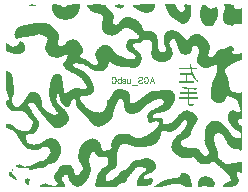
<source format=gbo>
G04 Layer: BottomSilkLayer*
G04 EasyEDA v6.1.33, Mon, 29 Apr 2019 07:59:25 GMT*
G04 5d36fc25ff834208b66237403f2d6b39,84eed202dea0450dba7707278aa16868,10*
G04 Gerber Generator version 0.2*
G04 Scale: 100 percent, Rotated: No, Reflected: No *
G04 Dimensions in millimeters *
G04 leading zeros omitted , absolute positions ,3 integer and 3 decimal *
%FSLAX33Y33*%
%MOMM*%
G90*
G71D02*

%ADD20C,0.100000*%

%LPD*%

%LPD*%
G36*
G01X9316Y-5205D02*
G01X9246Y-5197D01*
G01X9181Y-5201D01*
G01X9120Y-5215D01*
G01X9066Y-5242D01*
G01X9034Y-5270D01*
G01X9000Y-5317D01*
G01X8967Y-5374D01*
G01X8939Y-5436D01*
G01X8926Y-5468D01*
G01X8911Y-5496D01*
G01X8894Y-5519D01*
G01X8872Y-5540D01*
G01X8845Y-5558D01*
G01X8811Y-5574D01*
G01X8769Y-5588D01*
G01X8717Y-5601D01*
G01X8654Y-5614D01*
G01X8579Y-5628D01*
G01X8489Y-5641D01*
G01X8385Y-5656D01*
G01X8291Y-5670D01*
G01X8200Y-5684D01*
G01X8115Y-5699D01*
G01X8033Y-5714D01*
G01X7956Y-5730D01*
G01X7882Y-5747D01*
G01X7812Y-5764D01*
G01X7745Y-5783D01*
G01X7682Y-5802D01*
G01X7622Y-5822D01*
G01X7564Y-5843D01*
G01X7508Y-5866D01*
G01X7455Y-5890D01*
G01X7405Y-5915D01*
G01X7356Y-5942D01*
G01X7309Y-5969D01*
G01X7263Y-5999D01*
G01X7219Y-6030D01*
G01X7176Y-6063D01*
G01X7134Y-6097D01*
G01X7086Y-6137D01*
G01X7036Y-6176D01*
G01X6987Y-6213D01*
G01X6939Y-6248D01*
G01X6894Y-6279D01*
G01X6853Y-6306D01*
G01X6818Y-6327D01*
G01X6789Y-6341D01*
G01X6759Y-6356D01*
G01X6739Y-6369D01*
G01X6727Y-6381D01*
G01X6724Y-6391D01*
G01X6730Y-6399D01*
G01X6743Y-6406D01*
G01X6764Y-6410D01*
G01X6791Y-6414D01*
G01X6825Y-6416D01*
G01X6865Y-6417D01*
G01X6910Y-6415D01*
G01X6960Y-6413D01*
G01X7014Y-6409D01*
G01X7072Y-6404D01*
G01X7134Y-6398D01*
G01X7199Y-6390D01*
G01X7266Y-6381D01*
G01X7335Y-6371D01*
G01X7406Y-6359D01*
G01X7478Y-6346D01*
G01X7550Y-6332D01*
G01X7623Y-6317D01*
G01X7695Y-6301D01*
G01X7766Y-6284D01*
G01X7861Y-6260D01*
G01X7952Y-6239D01*
G01X8039Y-6219D01*
G01X8122Y-6202D01*
G01X8202Y-6187D01*
G01X8278Y-6174D01*
G01X8351Y-6162D01*
G01X8421Y-6153D01*
G01X8488Y-6146D01*
G01X8552Y-6141D01*
G01X8613Y-6138D01*
G01X8671Y-6136D01*
G01X8727Y-6137D01*
G01X8781Y-6140D01*
G01X8833Y-6145D01*
G01X8882Y-6152D01*
G01X8930Y-6161D01*
G01X8976Y-6172D01*
G01X9020Y-6185D01*
G01X9063Y-6200D01*
G01X9105Y-6217D01*
G01X9146Y-6236D01*
G01X9185Y-6257D01*
G01X9224Y-6280D01*
G01X9270Y-6307D01*
G01X9322Y-6331D01*
G01X9379Y-6353D01*
G01X9440Y-6373D01*
G01X9503Y-6391D01*
G01X9566Y-6405D01*
G01X9629Y-6417D01*
G01X9691Y-6426D01*
G01X9751Y-6432D01*
G01X9805Y-6435D01*
G01X9856Y-6434D01*
G01X9899Y-6430D01*
G01X9935Y-6423D01*
G01X9963Y-6411D01*
G01X9980Y-6395D01*
G01X9986Y-6375D01*
G01X9984Y-6357D01*
G01X9979Y-6323D01*
G01X9969Y-6275D01*
G01X9958Y-6216D01*
G01X9944Y-6147D01*
G01X9928Y-6071D01*
G01X9910Y-5989D01*
G01X9891Y-5904D01*
G01X9872Y-5822D01*
G01X9854Y-5750D01*
G01X9835Y-5686D01*
G01X9818Y-5630D01*
G01X9798Y-5580D01*
G01X9778Y-5536D01*
G01X9757Y-5497D01*
G01X9733Y-5462D01*
G01X9706Y-5429D01*
G01X9677Y-5399D01*
G01X9644Y-5369D01*
G01X9607Y-5340D01*
G01X9535Y-5291D01*
G01X9462Y-5252D01*
G01X9388Y-5223D01*
G01X9316Y-5205D01*
G37*

%LPD*%
G36*
G01X11139Y-5492D02*
G01X11078Y-5492D01*
G01X11018Y-5496D01*
G01X10959Y-5504D01*
G01X10900Y-5516D01*
G01X10842Y-5534D01*
G01X10785Y-5555D01*
G01X10731Y-5582D01*
G01X10685Y-5610D01*
G01X10644Y-5641D01*
G01X10607Y-5676D01*
G01X10575Y-5716D01*
G01X10546Y-5759D01*
G01X10521Y-5807D01*
G01X10501Y-5860D01*
G01X10484Y-5917D01*
G01X10471Y-5979D01*
G01X10462Y-6046D01*
G01X10457Y-6118D01*
G01X10455Y-6196D01*
G01X10460Y-6318D01*
G01X10478Y-6388D01*
G01X10521Y-6420D01*
G01X10595Y-6427D01*
G01X10654Y-6420D01*
G01X10715Y-6401D01*
G01X10768Y-6373D01*
G01X10846Y-6305D01*
G01X10898Y-6277D01*
G01X10955Y-6258D01*
G01X11012Y-6251D01*
G01X11069Y-6258D01*
G01X11127Y-6277D01*
G01X11179Y-6305D01*
G01X11218Y-6339D01*
G01X11249Y-6367D01*
G01X11290Y-6390D01*
G01X11340Y-6407D01*
G01X11394Y-6419D01*
G01X11454Y-6425D01*
G01X11515Y-6426D01*
G01X11577Y-6421D01*
G01X11637Y-6411D01*
G01X11694Y-6396D01*
G01X11745Y-6376D01*
G01X11789Y-6350D01*
G01X11824Y-6319D01*
G01X11866Y-6269D01*
G01X11895Y-6222D01*
G01X11911Y-6176D01*
G01X11915Y-6127D01*
G01X11904Y-6073D01*
G01X11882Y-6012D01*
G01X11845Y-5940D01*
G01X11795Y-5855D01*
G01X11762Y-5806D01*
G01X11724Y-5760D01*
G01X11683Y-5717D01*
G01X11638Y-5678D01*
G01X11591Y-5643D01*
G01X11541Y-5611D01*
G01X11488Y-5582D01*
G01X11433Y-5557D01*
G01X11376Y-5537D01*
G01X11318Y-5519D01*
G01X11259Y-5506D01*
G01X11199Y-5498D01*
G01X11139Y-5492D01*
G37*

%LPD*%
G36*
G01X1988Y9056D02*
G01X1752Y9056D01*
G01X1650Y9054D01*
G01X1553Y9053D01*
G01X1462Y9050D01*
G01X1378Y9047D01*
G01X1302Y9043D01*
G01X1236Y9039D01*
G01X1179Y9034D01*
G01X1133Y9029D01*
G01X1099Y9024D01*
G01X1078Y9018D01*
G01X1071Y9012D01*
G01X1076Y8980D01*
G01X1091Y8940D01*
G01X1113Y8895D01*
G01X1142Y8846D01*
G01X1178Y8793D01*
G01X1217Y8740D01*
G01X1259Y8686D01*
G01X1304Y8635D01*
G01X1350Y8587D01*
G01X1395Y8544D01*
G01X1440Y8507D01*
G01X1481Y8478D01*
G01X1523Y8455D01*
G01X1575Y8431D01*
G01X1635Y8406D01*
G01X1701Y8381D01*
G01X1771Y8357D01*
G01X1842Y8335D01*
G01X1913Y8315D01*
G01X1982Y8298D01*
G01X2060Y8279D01*
G01X2130Y8259D01*
G01X2193Y8238D01*
G01X2247Y8214D01*
G01X2295Y8189D01*
G01X2336Y8162D01*
G01X2370Y8132D01*
G01X2397Y8099D01*
G01X2417Y8063D01*
G01X2431Y8024D01*
G01X2439Y7982D01*
G01X2441Y7936D01*
G01X2437Y7885D01*
G01X2427Y7831D01*
G01X2412Y7772D01*
G01X2391Y7709D01*
G01X2367Y7635D01*
G01X2346Y7563D01*
G01X2330Y7494D01*
G01X2317Y7428D01*
G01X2308Y7363D01*
G01X2304Y7301D01*
G01X2304Y7240D01*
G01X2308Y7182D01*
G01X2316Y7125D01*
G01X2329Y7069D01*
G01X2346Y7016D01*
G01X2368Y6963D01*
G01X2393Y6912D01*
G01X2423Y6862D01*
G01X2458Y6813D01*
G01X2497Y6765D01*
G01X2540Y6717D01*
G01X2589Y6671D01*
G01X2641Y6624D01*
G01X2698Y6578D01*
G01X2742Y6547D01*
G01X2787Y6520D01*
G01X2834Y6495D01*
G01X2881Y6475D01*
G01X2930Y6458D01*
G01X2980Y6445D01*
G01X3030Y6435D01*
G01X3082Y6428D01*
G01X3134Y6425D01*
G01X3186Y6426D01*
G01X3239Y6429D01*
G01X3292Y6436D01*
G01X3345Y6447D01*
G01X3397Y6460D01*
G01X3450Y6477D01*
G01X3502Y6497D01*
G01X3554Y6520D01*
G01X3605Y6547D01*
G01X3655Y6577D01*
G01X3704Y6610D01*
G01X3753Y6646D01*
G01X3799Y6685D01*
G01X3845Y6727D01*
G01X3889Y6772D01*
G01X3956Y6841D01*
G01X4020Y6902D01*
G01X4081Y6953D01*
G01X4140Y6995D01*
G01X4198Y7029D01*
G01X4255Y7054D01*
G01X4313Y7071D01*
G01X4371Y7081D01*
G01X4430Y7082D01*
G01X4491Y7076D01*
G01X4554Y7063D01*
G01X4620Y7043D01*
G01X4662Y7026D01*
G01X4708Y7004D01*
G01X4759Y6977D01*
G01X4814Y6945D01*
G01X4871Y6909D01*
G01X4930Y6870D01*
G01X4991Y6828D01*
G01X5052Y6784D01*
G01X5112Y6738D01*
G01X5171Y6692D01*
G01X5228Y6646D01*
G01X5283Y6599D01*
G01X5334Y6555D01*
G01X5381Y6512D01*
G01X5423Y6470D01*
G01X5459Y6432D01*
G01X5488Y6398D01*
G01X5510Y6367D01*
G01X5524Y6342D01*
G01X5529Y6322D01*
G01X5522Y6291D01*
G01X5506Y6263D01*
G01X5479Y6237D01*
G01X5443Y6213D01*
G01X5400Y6192D01*
G01X5350Y6173D01*
G01X5293Y6159D01*
G01X5232Y6147D01*
G01X5167Y6140D01*
G01X5100Y6137D01*
G01X5031Y6139D01*
G01X4961Y6146D01*
G01X4888Y6152D01*
G01X4820Y6152D01*
G01X4758Y6146D01*
G01X4701Y6132D01*
G01X4649Y6112D01*
G01X4602Y6084D01*
G01X4560Y6050D01*
G01X4523Y6008D01*
G01X4492Y5960D01*
G01X4464Y5904D01*
G01X4442Y5842D01*
G01X4425Y5771D01*
G01X4410Y5698D01*
G01X4400Y5631D01*
G01X4393Y5570D01*
G01X4390Y5514D01*
G01X4392Y5463D01*
G01X4398Y5416D01*
G01X4410Y5373D01*
G01X4427Y5332D01*
G01X4450Y5293D01*
G01X4479Y5256D01*
G01X4514Y5219D01*
G01X4556Y5183D01*
G01X4606Y5146D01*
G01X4662Y5108D01*
G01X4727Y5068D01*
G01X4800Y5025D01*
G01X4870Y4983D01*
G01X4934Y4942D01*
G01X4991Y4903D01*
G01X5039Y4865D01*
G01X5081Y4829D01*
G01X5116Y4793D01*
G01X5143Y4758D01*
G01X5164Y4725D01*
G01X5177Y4692D01*
G01X5184Y4660D01*
G01X5183Y4628D01*
G01X5175Y4597D01*
G01X5162Y4566D01*
G01X5141Y4535D01*
G01X5114Y4504D01*
G01X5079Y4474D01*
G01X5043Y4451D01*
G01X4995Y4432D01*
G01X4937Y4418D01*
G01X4873Y4408D01*
G01X4805Y4402D01*
G01X4734Y4401D01*
G01X4662Y4404D01*
G01X4593Y4411D01*
G01X4529Y4422D01*
G01X4471Y4438D01*
G01X4422Y4457D01*
G01X4385Y4481D01*
G01X4359Y4499D01*
G01X4320Y4521D01*
G01X4271Y4546D01*
G01X4212Y4573D01*
G01X4147Y4601D01*
G01X4077Y4629D01*
G01X4003Y4657D01*
G01X3928Y4683D01*
G01X3852Y4710D01*
G01X3785Y4736D01*
G01X3726Y4761D01*
G01X3675Y4786D01*
G01X3629Y4813D01*
G01X3587Y4843D01*
G01X3548Y4876D01*
G01X3510Y4915D01*
G01X3472Y4960D01*
G01X3433Y5012D01*
G01X3390Y5072D01*
G01X3343Y5143D01*
G01X3303Y5200D01*
G01X3263Y5255D01*
G01X3223Y5306D01*
G01X3183Y5353D01*
G01X3141Y5397D01*
G01X3100Y5438D01*
G01X3059Y5475D01*
G01X3017Y5508D01*
G01X2975Y5538D01*
G01X2933Y5565D01*
G01X2891Y5589D01*
G01X2847Y5608D01*
G01X2805Y5625D01*
G01X2761Y5637D01*
G01X2718Y5646D01*
G01X2675Y5653D01*
G01X2630Y5655D01*
G01X2587Y5654D01*
G01X2543Y5650D01*
G01X2498Y5641D01*
G01X2454Y5630D01*
G01X2409Y5615D01*
G01X2365Y5596D01*
G01X2320Y5574D01*
G01X2275Y5549D01*
G01X2230Y5520D01*
G01X2185Y5488D01*
G01X2140Y5452D01*
G01X2095Y5413D01*
G01X2050Y5370D01*
G01X2005Y5324D01*
G01X1959Y5274D01*
G01X1921Y5228D01*
G01X1887Y5183D01*
G01X1858Y5139D01*
G01X1834Y5095D01*
G01X1814Y5052D01*
G01X1799Y5007D01*
G01X1788Y4963D01*
G01X1782Y4917D01*
G01X1780Y4870D01*
G01X1783Y4821D01*
G01X1790Y4770D01*
G01X1801Y4717D01*
G01X1817Y4660D01*
G01X1837Y4602D01*
G01X1862Y4539D01*
G01X1891Y4473D01*
G01X1936Y4370D01*
G01X1969Y4288D01*
G01X1991Y4222D01*
G01X2001Y4168D01*
G01X2000Y4122D01*
G01X1988Y4080D01*
G01X1966Y4037D01*
G01X1934Y3990D01*
G01X1908Y3961D01*
G01X1877Y3942D01*
G01X1841Y3929D01*
G01X1800Y3926D01*
G01X1754Y3932D01*
G01X1703Y3946D01*
G01X1647Y3969D01*
G01X1585Y4000D01*
G01X1519Y4040D01*
G01X1446Y4089D01*
G01X1369Y4147D01*
G01X1285Y4213D01*
G01X1230Y4255D01*
G01X1168Y4297D01*
G01X1101Y4337D01*
G01X1030Y4375D01*
G01X959Y4411D01*
G01X889Y4441D01*
G01X823Y4465D01*
G01X762Y4484D01*
G01X688Y4504D01*
G01X626Y4525D01*
G01X577Y4547D01*
G01X538Y4572D01*
G01X512Y4598D01*
G01X496Y4627D01*
G01X492Y4661D01*
G01X498Y4698D01*
G01X516Y4741D01*
G01X544Y4788D01*
G01X583Y4842D01*
G01X631Y4902D01*
G01X688Y4974D01*
G01X730Y5037D01*
G01X757Y5095D01*
G01X770Y5152D01*
G01X768Y5211D01*
G01X752Y5276D01*
G01X723Y5350D01*
G01X681Y5437D01*
G01X643Y5508D01*
G01X605Y5575D01*
G01X565Y5638D01*
G01X525Y5697D01*
G01X485Y5753D01*
G01X443Y5804D01*
G01X402Y5852D01*
G01X360Y5896D01*
G01X317Y5936D01*
G01X275Y5971D01*
G01X232Y6002D01*
G01X189Y6029D01*
G01X146Y6052D01*
G01X103Y6070D01*
G01X59Y6084D01*
G01X16Y6094D01*
G01X-50Y6101D01*
G01X-120Y6102D01*
G01X-192Y6096D01*
G01X-264Y6085D01*
G01X-334Y6068D01*
G01X-402Y6046D01*
G01X-466Y6021D01*
G01X-523Y5991D01*
G01X-574Y5959D01*
G01X-616Y5924D01*
G01X-647Y5886D01*
G01X-668Y5848D01*
G01X-689Y5798D01*
G01X-716Y5752D01*
G01X-748Y5710D01*
G01X-785Y5673D01*
G01X-826Y5640D01*
G01X-870Y5611D01*
G01X-916Y5588D01*
G01X-964Y5569D01*
G01X-1014Y5556D01*
G01X-1064Y5548D01*
G01X-1114Y5545D01*
G01X-1163Y5549D01*
G01X-1210Y5559D01*
G01X-1255Y5575D01*
G01X-1297Y5598D01*
G01X-1336Y5628D01*
G01X-1367Y5658D01*
G01X-1389Y5686D01*
G01X-1403Y5715D01*
G01X-1408Y5749D01*
G01X-1405Y5792D01*
G01X-1393Y5847D01*
G01X-1373Y5917D01*
G01X-1345Y6006D01*
G01X-1320Y6089D01*
G01X-1302Y6162D01*
G01X-1289Y6226D01*
G01X-1284Y6285D01*
G01X-1285Y6343D01*
G01X-1293Y6402D01*
G01X-1307Y6465D01*
G01X-1327Y6537D01*
G01X-1342Y6580D01*
G01X-1360Y6625D01*
G01X-1384Y6671D01*
G01X-1411Y6718D01*
G01X-1441Y6766D01*
G01X-1475Y6814D01*
G01X-1511Y6862D01*
G01X-1550Y6911D01*
G01X-1592Y6959D01*
G01X-1636Y7006D01*
G01X-1682Y7053D01*
G01X-1729Y7099D01*
G01X-1778Y7143D01*
G01X-1828Y7185D01*
G01X-1879Y7225D01*
G01X-1930Y7263D01*
G01X-1982Y7299D01*
G01X-2034Y7332D01*
G01X-2085Y7361D01*
G01X-2136Y7388D01*
G01X-2176Y7406D01*
G01X-2217Y7422D01*
G01X-2262Y7437D01*
G01X-2308Y7451D01*
G01X-2356Y7464D01*
G01X-2406Y7475D01*
G01X-2458Y7485D01*
G01X-2512Y7494D01*
G01X-2567Y7502D01*
G01X-2624Y7508D01*
G01X-2682Y7512D01*
G01X-2741Y7516D01*
G01X-2802Y7518D01*
G01X-2863Y7519D01*
G01X-2925Y7519D01*
G01X-2989Y7517D01*
G01X-3052Y7514D01*
G01X-3117Y7509D01*
G01X-3181Y7503D01*
G01X-3246Y7496D01*
G01X-3312Y7487D01*
G01X-3377Y7478D01*
G01X-3442Y7466D01*
G01X-3508Y7453D01*
G01X-3570Y7441D01*
G01X-3636Y7427D01*
G01X-3705Y7413D01*
G01X-3777Y7399D01*
G01X-3922Y7369D01*
G01X-3994Y7355D01*
G01X-4065Y7341D01*
G01X-4133Y7327D01*
G01X-4197Y7315D01*
G01X-4256Y7303D01*
G01X-4309Y7292D01*
G01X-4381Y7278D01*
G01X-4449Y7260D01*
G01X-4512Y7242D01*
G01X-4571Y7221D01*
G01X-4626Y7198D01*
G01X-4678Y7173D01*
G01X-4725Y7145D01*
G01X-4770Y7115D01*
G01X-4812Y7082D01*
G01X-4850Y7046D01*
G01X-4886Y7007D01*
G01X-4919Y6966D01*
G01X-4950Y6921D01*
G01X-4978Y6872D01*
G01X-5005Y6820D01*
G01X-5030Y6764D01*
G01X-5050Y6705D01*
G01X-5062Y6643D01*
G01X-5068Y6579D01*
G01X-5068Y6516D01*
G01X-5062Y6453D01*
G01X-5051Y6392D01*
G01X-5035Y6335D01*
G01X-5015Y6282D01*
G01X-4992Y6235D01*
G01X-4965Y6195D01*
G01X-4935Y6163D01*
G01X-4904Y6141D01*
G01X-4871Y6129D01*
G01X-4837Y6128D01*
G01X-4803Y6141D01*
G01X-4769Y6167D01*
G01X-4750Y6179D01*
G01X-4718Y6192D01*
G01X-4675Y6206D01*
G01X-4620Y6220D01*
G01X-4556Y6235D01*
G01X-4485Y6250D01*
G01X-4407Y6265D01*
G01X-4326Y6280D01*
G01X-4240Y6294D01*
G01X-4153Y6308D01*
G01X-4066Y6320D01*
G01X-3980Y6331D01*
G01X-3897Y6340D01*
G01X-3818Y6348D01*
G01X-3745Y6353D01*
G01X-3679Y6356D01*
G01X-3623Y6359D01*
G01X-3565Y6365D01*
G01X-3506Y6373D01*
G01X-3449Y6385D01*
G01X-3395Y6398D01*
G01X-3346Y6413D01*
G01X-3303Y6429D01*
G01X-3268Y6446D01*
G01X-3218Y6472D01*
G01X-3168Y6493D01*
G01X-3118Y6509D01*
G01X-3067Y6519D01*
G01X-3015Y6525D01*
G01X-2961Y6525D01*
G01X-2904Y6521D01*
G01X-2846Y6511D01*
G01X-2785Y6496D01*
G01X-2722Y6476D01*
G01X-2654Y6451D01*
G01X-2584Y6420D01*
G01X-2521Y6391D01*
G01X-2466Y6362D01*
G01X-2418Y6334D01*
G01X-2377Y6306D01*
G01X-2342Y6276D01*
G01X-2314Y6246D01*
G01X-2293Y6214D01*
G01X-2278Y6180D01*
G01X-2269Y6144D01*
G01X-2266Y6104D01*
G01X-2268Y6060D01*
G01X-2276Y6013D01*
G01X-2290Y5960D01*
G01X-2308Y5903D01*
G01X-2332Y5840D01*
G01X-2361Y5771D01*
G01X-2388Y5705D01*
G01X-2411Y5643D01*
G01X-2430Y5586D01*
G01X-2445Y5532D01*
G01X-2456Y5480D01*
G01X-2462Y5431D01*
G01X-2465Y5384D01*
G01X-2463Y5339D01*
G01X-2457Y5294D01*
G01X-2447Y5249D01*
G01X-2431Y5205D01*
G01X-2412Y5160D01*
G01X-2388Y5114D01*
G01X-2360Y5066D01*
G01X-2327Y5017D01*
G01X-2290Y4965D01*
G01X-2246Y4911D01*
G01X-2201Y4861D01*
G01X-2153Y4814D01*
G01X-2103Y4772D01*
G01X-2049Y4734D01*
G01X-1993Y4700D01*
G01X-1933Y4669D01*
G01X-1869Y4641D01*
G01X-1803Y4617D01*
G01X-1732Y4596D01*
G01X-1658Y4579D01*
G01X-1578Y4564D01*
G01X-1512Y4556D01*
G01X-1448Y4553D01*
G01X-1386Y4556D01*
G01X-1322Y4566D01*
G01X-1255Y4583D01*
G01X-1182Y4607D01*
G01X-1100Y4639D01*
G01X-1008Y4680D01*
G01X-940Y4711D01*
G01X-874Y4739D01*
G01X-812Y4765D01*
G01X-756Y4788D01*
G01X-708Y4807D01*
G01X-668Y4821D01*
G01X-639Y4830D01*
G01X-622Y4833D01*
G01X-598Y4828D01*
G01X-581Y4814D01*
G01X-572Y4792D01*
G01X-569Y4761D01*
G01X-573Y4723D01*
G01X-584Y4678D01*
G01X-600Y4628D01*
G01X-624Y4572D01*
G01X-653Y4511D01*
G01X-688Y4446D01*
G01X-729Y4377D01*
G01X-775Y4306D01*
G01X-839Y4210D01*
G01X-886Y4133D01*
G01X-919Y4073D01*
G01X-937Y4022D01*
G01X-943Y3978D01*
G01X-936Y3936D01*
G01X-920Y3890D01*
G01X-893Y3836D01*
G01X-871Y3797D01*
G01X-847Y3760D01*
G01X-819Y3723D01*
G01X-789Y3688D01*
G01X-755Y3653D01*
G01X-717Y3618D01*
G01X-676Y3583D01*
G01X-630Y3548D01*
G01X-579Y3514D01*
G01X-524Y3479D01*
G01X-464Y3444D01*
G01X-399Y3408D01*
G01X-328Y3371D01*
G01X-251Y3333D01*
G01X-169Y3294D01*
G01X-80Y3253D01*
G01X-26Y3228D01*
G01X30Y3199D01*
G01X88Y3167D01*
G01X148Y3134D01*
G01X207Y3098D01*
G01X266Y3061D01*
G01X324Y3024D01*
G01X379Y2986D01*
G01X431Y2948D01*
G01X480Y2912D01*
G01X523Y2876D01*
G01X562Y2843D01*
G01X617Y2789D01*
G01X670Y2734D01*
G01X722Y2675D01*
G01X771Y2615D01*
G01X818Y2554D01*
G01X862Y2493D01*
G01X903Y2431D01*
G01X939Y2371D01*
G01X972Y2312D01*
G01X1000Y2256D01*
G01X1023Y2202D01*
G01X1041Y2151D01*
G01X1054Y2105D01*
G01X1060Y2064D01*
G01X1060Y2027D01*
G01X1053Y1998D01*
G01X1039Y1972D01*
G01X1018Y1950D01*
G01X989Y1932D01*
G01X955Y1918D01*
G01X913Y1909D01*
G01X867Y1904D01*
G01X815Y1903D01*
G01X757Y1906D01*
G01X695Y1913D01*
G01X629Y1924D01*
G01X558Y1940D01*
G01X484Y1960D01*
G01X427Y1974D01*
G01X368Y1984D01*
G01X307Y1989D01*
G01X245Y1989D01*
G01X181Y1985D01*
G01X117Y1978D01*
G01X51Y1966D01*
G01X-13Y1949D01*
G01X-78Y1929D01*
G01X-143Y1906D01*
G01X-207Y1878D01*
G01X-270Y1846D01*
G01X-332Y1811D01*
G01X-393Y1772D01*
G01X-451Y1731D01*
G01X-507Y1685D01*
G01X-748Y1479D01*
G01X-842Y1704D01*
G01X-855Y1740D01*
G01X-869Y1783D01*
G01X-882Y1832D01*
G01X-895Y1888D01*
G01X-908Y1949D01*
G01X-921Y2014D01*
G01X-933Y2083D01*
G01X-944Y2153D01*
G01X-955Y2226D01*
G01X-964Y2299D01*
G01X-972Y2372D01*
G01X-979Y2443D01*
G01X-989Y2550D01*
G01X-1000Y2647D01*
G01X-1012Y2734D01*
G01X-1027Y2812D01*
G01X-1043Y2881D01*
G01X-1062Y2942D01*
G01X-1083Y2996D01*
G01X-1107Y3041D01*
G01X-1134Y3080D01*
G01X-1165Y3112D01*
G01X-1199Y3138D01*
G01X-1238Y3158D01*
G01X-1280Y3173D01*
G01X-1326Y3183D01*
G01X-1378Y3189D01*
G01X-1434Y3191D01*
G01X-1485Y3189D01*
G01X-1534Y3184D01*
G01X-1579Y3175D01*
G01X-1623Y3162D01*
G01X-1664Y3145D01*
G01X-1702Y3123D01*
G01X-1739Y3098D01*
G01X-1773Y3067D01*
G01X-1805Y3033D01*
G01X-1836Y2993D01*
G01X-1865Y2948D01*
G01X-1892Y2898D01*
G01X-1918Y2843D01*
G01X-1942Y2782D01*
G01X-1965Y2715D01*
G01X-1987Y2643D01*
G01X-2008Y2564D01*
G01X-2028Y2480D01*
G01X-2047Y2389D01*
G01X-2066Y2292D01*
G01X-2088Y2154D01*
G01X-2098Y2087D01*
G01X-2105Y2020D01*
G01X-2112Y1954D01*
G01X-2117Y1889D01*
G01X-2121Y1825D01*
G01X-2124Y1761D01*
G01X-2126Y1698D01*
G01X-2126Y1636D01*
G01X-2125Y1575D01*
G01X-2123Y1514D01*
G01X-2119Y1454D01*
G01X-2114Y1395D01*
G01X-2108Y1336D01*
G01X-2100Y1278D01*
G01X-2091Y1221D01*
G01X-2081Y1164D01*
G01X-2070Y1109D01*
G01X-2057Y1053D01*
G01X-2043Y999D01*
G01X-2027Y944D01*
G01X-2010Y891D01*
G01X-1992Y838D01*
G01X-1973Y786D01*
G01X-1952Y735D01*
G01X-1929Y683D01*
G01X-1906Y633D01*
G01X-1881Y583D01*
G01X-1855Y534D01*
G01X-1827Y485D01*
G01X-1798Y437D01*
G01X-1768Y389D01*
G01X-1736Y342D01*
G01X-1703Y295D01*
G01X-1669Y249D01*
G01X-1634Y203D01*
G01X-1597Y158D01*
G01X-1558Y113D01*
G01X-1518Y69D01*
G01X-1437Y-23D01*
G01X-1406Y-85D01*
G01X-1420Y-139D01*
G01X-1478Y-209D01*
G01X-1528Y-254D01*
G01X-1581Y-292D01*
G01X-1634Y-316D01*
G01X-1679Y-325D01*
G01X-1696Y-322D01*
G01X-1722Y-312D01*
G01X-1755Y-297D01*
G01X-1794Y-277D01*
G01X-1841Y-252D01*
G01X-1891Y-222D01*
G01X-1947Y-189D01*
G01X-2007Y-153D01*
G01X-2070Y-113D01*
G01X-2136Y-71D01*
G01X-2203Y-27D01*
G01X-2271Y18D01*
G01X-2770Y360D01*
G01X-2754Y691D01*
G01X-2753Y763D01*
G01X-2754Y831D01*
G01X-2759Y898D01*
G01X-2768Y963D01*
G01X-2780Y1026D01*
G01X-2795Y1086D01*
G01X-2812Y1144D01*
G01X-2833Y1199D01*
G01X-2857Y1252D01*
G01X-2883Y1302D01*
G01X-2912Y1350D01*
G01X-2943Y1394D01*
G01X-2978Y1436D01*
G01X-3015Y1474D01*
G01X-3054Y1509D01*
G01X-3095Y1541D01*
G01X-3139Y1569D01*
G01X-3185Y1594D01*
G01X-3233Y1616D01*
G01X-3284Y1634D01*
G01X-3336Y1648D01*
G01X-3390Y1658D01*
G01X-3446Y1664D01*
G01X-3504Y1666D01*
G01X-3535Y1665D01*
G01X-3566Y1662D01*
G01X-3595Y1656D01*
G01X-3625Y1648D01*
G01X-3654Y1637D01*
G01X-3684Y1622D01*
G01X-3714Y1604D01*
G01X-3744Y1582D01*
G01X-3776Y1556D01*
G01X-3809Y1525D01*
G01X-3844Y1490D01*
G01X-3881Y1449D01*
G01X-3920Y1403D01*
G01X-3962Y1352D01*
G01X-4007Y1294D01*
G01X-4055Y1231D01*
G01X-4107Y1161D01*
G01X-4222Y1000D01*
G01X-4286Y908D01*
G01X-4347Y820D01*
G01X-4404Y741D01*
G01X-4455Y671D01*
G01X-4502Y611D01*
G01X-4545Y558D01*
G01X-4585Y513D01*
G01X-4622Y476D01*
G01X-4657Y446D01*
G01X-4691Y422D01*
G01X-4723Y404D01*
G01X-4755Y391D01*
G01X-4787Y384D01*
G01X-4820Y382D01*
G01X-4854Y383D01*
G01X-4891Y389D01*
G01X-4930Y397D01*
G01X-4972Y412D01*
G01X-5013Y434D01*
G01X-5051Y463D01*
G01X-5087Y497D01*
G01X-5119Y538D01*
G01X-5149Y583D01*
G01X-5176Y632D01*
G01X-5199Y684D01*
G01X-5220Y739D01*
G01X-5236Y797D01*
G01X-5249Y856D01*
G01X-5258Y916D01*
G01X-5263Y977D01*
G01X-5264Y1037D01*
G01X-5261Y1096D01*
G01X-5253Y1154D01*
G01X-5240Y1210D01*
G01X-5222Y1263D01*
G01X-5200Y1312D01*
G01X-5172Y1357D01*
G01X-5155Y1385D01*
G01X-5140Y1415D01*
G01X-5128Y1447D01*
G01X-5119Y1485D01*
G01X-5113Y1529D01*
G01X-5109Y1581D01*
G01X-5109Y1642D01*
G01X-5111Y1715D01*
G01X-5116Y1800D01*
G01X-5123Y1899D01*
G01X-5132Y2015D01*
G01X-5144Y2148D01*
G01X-5158Y2291D01*
G01X-5170Y2421D01*
G01X-5181Y2538D01*
G01X-5192Y2641D01*
G01X-5202Y2734D01*
G01X-5213Y2815D01*
G01X-5223Y2888D01*
G01X-5233Y2951D01*
G01X-5244Y3005D01*
G01X-5255Y3053D01*
G01X-5268Y3093D01*
G01X-5282Y3128D01*
G01X-5297Y3159D01*
G01X-5314Y3185D01*
G01X-5333Y3208D01*
G01X-5353Y3228D01*
G01X-5376Y3248D01*
G01X-5402Y3266D01*
G01X-5431Y3285D01*
G01X-5462Y3305D01*
G01X-5543Y3351D01*
G01X-5620Y3390D01*
G01X-5683Y3416D01*
G01X-5724Y3426D01*
G01X-5735Y3420D01*
G01X-5744Y3405D01*
G01X-5754Y3378D01*
G01X-5762Y3340D01*
G01X-5768Y3291D01*
G01X-5774Y3231D01*
G01X-5779Y3158D01*
G01X-5783Y3074D01*
G01X-5786Y2977D01*
G01X-5789Y2868D01*
G01X-5790Y2746D01*
G01X-5790Y2488D01*
G01X-5789Y2376D01*
G01X-5788Y2275D01*
G01X-5786Y2184D01*
G01X-5783Y2102D01*
G01X-5779Y2027D01*
G01X-5774Y1960D01*
G01X-5769Y1899D01*
G01X-5762Y1844D01*
G01X-5754Y1793D01*
G01X-5744Y1746D01*
G01X-5733Y1702D01*
G01X-5721Y1660D01*
G01X-5707Y1620D01*
G01X-5692Y1580D01*
G01X-5674Y1540D01*
G01X-5638Y1456D01*
G01X-5609Y1378D01*
G01X-5587Y1305D01*
G01X-5570Y1238D01*
G01X-5560Y1177D01*
G01X-5557Y1122D01*
G01X-5560Y1075D01*
G01X-5570Y1035D01*
G01X-5585Y1004D01*
G01X-5608Y981D01*
G01X-5637Y967D01*
G01X-5673Y962D01*
G01X-5731Y954D01*
G01X-5767Y922D01*
G01X-5785Y860D01*
G01X-5790Y758D01*
G01X-5788Y700D01*
G01X-5779Y645D01*
G01X-5762Y593D01*
G01X-5737Y540D01*
G01X-5702Y484D01*
G01X-5657Y423D01*
G01X-5599Y356D01*
G01X-5528Y280D01*
G01X-5266Y6D01*
G01X-4871Y43D01*
G01X-4789Y50D01*
G01X-4716Y55D01*
G01X-4653Y58D01*
G01X-4597Y58D01*
G01X-4547Y55D01*
G01X-4500Y50D01*
G01X-4457Y40D01*
G01X-4414Y27D01*
G01X-4371Y10D01*
G01X-4326Y-11D01*
G01X-4278Y-36D01*
G01X-4225Y-67D01*
G01X-4127Y-129D01*
G01X-4046Y-188D01*
G01X-3992Y-239D01*
G01X-3972Y-274D01*
G01X-3966Y-291D01*
G01X-3951Y-318D01*
G01X-3927Y-355D01*
G01X-3894Y-398D01*
G01X-3855Y-447D01*
G01X-3811Y-500D01*
G01X-3761Y-557D01*
G01X-3708Y-615D01*
G01X-3643Y-685D01*
G01X-3588Y-748D01*
G01X-3542Y-803D01*
G01X-3506Y-850D01*
G01X-3479Y-891D01*
G01X-3462Y-927D01*
G01X-3453Y-957D01*
G01X-3453Y-982D01*
G01X-3461Y-1004D01*
G01X-3477Y-1022D01*
G01X-3501Y-1038D01*
G01X-3532Y-1052D01*
G01X-3566Y-1076D01*
G01X-3594Y-1118D01*
G01X-3613Y-1169D01*
G01X-3620Y-1227D01*
G01X-3625Y-1285D01*
G01X-3637Y-1342D01*
G01X-3657Y-1396D01*
G01X-3684Y-1448D01*
G01X-3717Y-1496D01*
G01X-3756Y-1540D01*
G01X-3799Y-1579D01*
G01X-3847Y-1612D01*
G01X-3899Y-1639D01*
G01X-3953Y-1659D01*
G01X-4010Y-1672D01*
G01X-4068Y-1676D01*
G01X-4135Y-1675D01*
G01X-4203Y-1671D01*
G01X-4269Y-1664D01*
G01X-4335Y-1654D01*
G01X-4400Y-1641D01*
G01X-4463Y-1627D01*
G01X-4526Y-1609D01*
G01X-4586Y-1588D01*
G01X-4646Y-1566D01*
G01X-4704Y-1541D01*
G01X-4759Y-1514D01*
G01X-4813Y-1484D01*
G01X-4865Y-1452D01*
G01X-4914Y-1418D01*
G01X-4961Y-1382D01*
G01X-5005Y-1344D01*
G01X-5073Y-1283D01*
G01X-5134Y-1230D01*
G01X-5189Y-1185D01*
G01X-5240Y-1147D01*
G01X-5287Y-1115D01*
G01X-5332Y-1089D01*
G01X-5376Y-1069D01*
G01X-5419Y-1054D01*
G01X-5463Y-1043D01*
G01X-5509Y-1036D01*
G01X-5558Y-1032D01*
G01X-5610Y-1031D01*
G01X-5702Y-1036D01*
G01X-5757Y-1057D01*
G01X-5783Y-1100D01*
G01X-5790Y-1172D01*
G01X-5778Y-1243D01*
G01X-5741Y-1309D01*
G01X-5676Y-1372D01*
G01X-5581Y-1436D01*
G01X-5494Y-1484D01*
G01X-5409Y-1523D01*
G01X-5338Y-1549D01*
G01X-5289Y-1559D01*
G01X-5269Y-1561D01*
G01X-5247Y-1568D01*
G01X-5223Y-1579D01*
G01X-5198Y-1595D01*
G01X-5171Y-1615D01*
G01X-5143Y-1640D01*
G01X-5112Y-1670D01*
G01X-5080Y-1703D01*
G01X-5045Y-1741D01*
G01X-5010Y-1785D01*
G01X-4972Y-1832D01*
G01X-4933Y-1883D01*
G01X-4893Y-1940D01*
G01X-4850Y-2000D01*
G01X-4806Y-2065D01*
G01X-4759Y-2135D01*
G01X-4712Y-2209D01*
G01X-4662Y-2287D01*
G01X-4611Y-2370D01*
G01X-4558Y-2458D01*
G01X-4513Y-2532D01*
G01X-4469Y-2602D01*
G01X-4427Y-2667D01*
G01X-4386Y-2727D01*
G01X-4345Y-2784D01*
G01X-4306Y-2836D01*
G01X-4267Y-2884D01*
G01X-4228Y-2928D01*
G01X-4188Y-2969D01*
G01X-4149Y-3005D01*
G01X-4109Y-3039D01*
G01X-4068Y-3069D01*
G01X-4026Y-3097D01*
G01X-3982Y-3122D01*
G01X-3938Y-3143D01*
G01X-3891Y-3163D01*
G01X-3843Y-3180D01*
G01X-3792Y-3195D01*
G01X-3738Y-3208D01*
G01X-3682Y-3220D01*
G01X-3623Y-3229D01*
G01X-3560Y-3237D01*
G01X-3494Y-3244D01*
G01X-3424Y-3250D01*
G01X-3327Y-3256D01*
G01X-3245Y-3257D01*
G01X-3175Y-3254D01*
G01X-3115Y-3246D01*
G01X-3061Y-3232D01*
G01X-3011Y-3211D01*
G01X-2963Y-3184D01*
G01X-2912Y-3149D01*
G01X-2854Y-3109D01*
G01X-2796Y-3075D01*
G01X-2736Y-3046D01*
G01X-2676Y-3022D01*
G01X-2617Y-3003D01*
G01X-2557Y-2990D01*
G01X-2499Y-2981D01*
G01X-2442Y-2979D01*
G01X-2388Y-2982D01*
G01X-2336Y-2991D01*
G01X-2287Y-3005D01*
G01X-2241Y-3026D01*
G01X-2185Y-3066D01*
G01X-2133Y-3124D01*
G01X-2085Y-3193D01*
G01X-2046Y-3267D01*
G01X-2018Y-3340D01*
G01X-2004Y-3406D01*
G01X-2006Y-3458D01*
G01X-2027Y-3490D01*
G01X-2055Y-3518D01*
G01X-2092Y-3569D01*
G01X-2134Y-3636D01*
G01X-2175Y-3711D01*
G01X-2210Y-3772D01*
G01X-2252Y-3832D01*
G01X-2300Y-3890D01*
G01X-2353Y-3946D01*
G01X-2410Y-3998D01*
G01X-2469Y-4046D01*
G01X-2530Y-4089D01*
G01X-2591Y-4126D01*
G01X-2652Y-4156D01*
G01X-2710Y-4179D01*
G01X-2766Y-4193D01*
G01X-2817Y-4198D01*
G01X-2853Y-4202D01*
G01X-2898Y-4212D01*
G01X-2949Y-4228D01*
G01X-3005Y-4249D01*
G01X-3065Y-4274D01*
G01X-3125Y-4304D01*
G01X-3185Y-4336D01*
G01X-3243Y-4371D01*
G01X-3295Y-4402D01*
G01X-3351Y-4432D01*
G01X-3409Y-4461D01*
G01X-3469Y-4489D01*
G01X-3530Y-4514D01*
G01X-3593Y-4538D01*
G01X-3656Y-4560D01*
G01X-3719Y-4581D01*
G01X-3783Y-4599D01*
G01X-3845Y-4615D01*
G01X-3906Y-4629D01*
G01X-3965Y-4641D01*
G01X-4023Y-4651D01*
G01X-4078Y-4658D01*
G01X-4130Y-4662D01*
G01X-4178Y-4664D01*
G01X-4222Y-4664D01*
G01X-4262Y-4661D01*
G01X-4297Y-4655D01*
G01X-4327Y-4646D01*
G01X-4350Y-4634D01*
G01X-4368Y-4619D01*
G01X-4379Y-4601D01*
G01X-4383Y-4580D01*
G01X-4396Y-4538D01*
G01X-4440Y-4511D01*
G01X-4521Y-4496D01*
G01X-4643Y-4492D01*
G01X-4746Y-4495D01*
G01X-4836Y-4505D01*
G01X-4901Y-4520D01*
G01X-4932Y-4538D01*
G01X-4941Y-4600D01*
G01X-4911Y-4664D01*
G01X-4860Y-4706D01*
G01X-4806Y-4705D01*
G01X-4780Y-4697D01*
G01X-4754Y-4705D01*
G01X-4731Y-4724D01*
G01X-4713Y-4755D01*
G01X-4700Y-4779D01*
G01X-4678Y-4798D01*
G01X-4645Y-4810D01*
G01X-4599Y-4818D01*
G01X-4537Y-4821D01*
G01X-4457Y-4820D01*
G01X-4355Y-4814D01*
G01X-4229Y-4804D01*
G01X-4113Y-4795D01*
G01X-4018Y-4789D01*
G01X-3943Y-4788D01*
G01X-3886Y-4789D01*
G01X-3847Y-4795D01*
G01X-3823Y-4804D01*
G01X-3815Y-4817D01*
G01X-3820Y-4835D01*
G01X-3833Y-4863D01*
G01X-3834Y-4887D01*
G01X-3826Y-4907D01*
G01X-3807Y-4922D01*
G01X-3779Y-4933D01*
G01X-3742Y-4939D01*
G01X-3698Y-4940D01*
G01X-3646Y-4937D01*
G01X-3588Y-4929D01*
G01X-3523Y-4916D01*
G01X-3453Y-4899D01*
G01X-3378Y-4876D01*
G01X-3312Y-4856D01*
G01X-3245Y-4839D01*
G01X-3179Y-4825D01*
G01X-3115Y-4816D01*
G01X-3055Y-4810D01*
G01X-3000Y-4808D01*
G01X-2950Y-4810D01*
G01X-2909Y-4816D01*
G01X-2862Y-4823D01*
G01X-2815Y-4825D01*
G01X-2768Y-4821D01*
G01X-2717Y-4811D01*
G01X-2664Y-4793D01*
G01X-2607Y-4769D01*
G01X-2545Y-4738D01*
G01X-2475Y-4699D01*
G01X-2373Y-4635D01*
G01X-2290Y-4574D01*
G01X-2233Y-4523D01*
G01X-2212Y-4489D01*
G01X-2202Y-4467D01*
G01X-2172Y-4450D01*
G01X-2129Y-4437D01*
G01X-2075Y-4433D01*
G01X-2019Y-4428D01*
G01X-1956Y-4413D01*
G01X-1887Y-4391D01*
G01X-1815Y-4362D01*
G01X-1742Y-4327D01*
G01X-1670Y-4288D01*
G01X-1602Y-4247D01*
G01X-1540Y-4205D01*
G01X-1487Y-4162D01*
G01X-1444Y-4120D01*
G01X-1414Y-4082D01*
G01X-1400Y-4047D01*
G01X-1386Y-3996D01*
G01X-1363Y-3942D01*
G01X-1335Y-3889D01*
G01X-1303Y-3847D01*
G01X-1279Y-3814D01*
G01X-1255Y-3770D01*
G01X-1231Y-3719D01*
G01X-1209Y-3660D01*
G01X-1186Y-3596D01*
G01X-1166Y-3528D01*
G01X-1147Y-3457D01*
G01X-1131Y-3385D01*
G01X-1118Y-3315D01*
G01X-1107Y-3246D01*
G01X-1101Y-3181D01*
G01X-1098Y-3122D01*
G01X-1102Y-3082D01*
G01X-1113Y-3034D01*
G01X-1130Y-2978D01*
G01X-1153Y-2918D01*
G01X-1181Y-2855D01*
G01X-1212Y-2791D01*
G01X-1247Y-2727D01*
G01X-1284Y-2666D01*
G01X-1337Y-2589D01*
G01X-1386Y-2523D01*
G01X-1433Y-2469D01*
G01X-1479Y-2425D01*
G01X-1528Y-2390D01*
G01X-1580Y-2360D01*
G01X-1637Y-2337D01*
G01X-1701Y-2317D01*
G01X-1759Y-2303D01*
G01X-1817Y-2293D01*
G01X-1876Y-2286D01*
G01X-1934Y-2282D01*
G01X-1993Y-2282D01*
G01X-2051Y-2284D01*
G01X-2109Y-2290D01*
G01X-2166Y-2299D01*
G01X-2222Y-2310D01*
G01X-2276Y-2325D01*
G01X-2329Y-2343D01*
G01X-2380Y-2363D01*
G01X-2429Y-2387D01*
G01X-2475Y-2412D01*
G01X-2518Y-2441D01*
G01X-2559Y-2472D01*
G01X-2616Y-2518D01*
G01X-2674Y-2561D01*
G01X-2732Y-2599D01*
G01X-2792Y-2635D01*
G01X-2852Y-2667D01*
G01X-2913Y-2696D01*
G01X-2975Y-2722D01*
G01X-3037Y-2744D01*
G01X-3099Y-2762D01*
G01X-3163Y-2777D01*
G01X-3226Y-2789D01*
G01X-3290Y-2796D01*
G01X-3354Y-2801D01*
G01X-3418Y-2802D01*
G01X-3483Y-2799D01*
G01X-3547Y-2792D01*
G01X-3620Y-2782D01*
G01X-3686Y-2768D01*
G01X-3746Y-2752D01*
G01X-3799Y-2734D01*
G01X-3845Y-2714D01*
G01X-3884Y-2691D01*
G01X-3916Y-2666D01*
G01X-3941Y-2640D01*
G01X-3967Y-2599D01*
G01X-3992Y-2550D01*
G01X-4016Y-2492D01*
G01X-4038Y-2430D01*
G01X-4058Y-2364D01*
G01X-4075Y-2298D01*
G01X-4088Y-2233D01*
G01X-4098Y-2172D01*
G01X-4104Y-2116D01*
G01X-4104Y-2070D01*
G01X-4099Y-2033D01*
G01X-4088Y-2010D01*
G01X-4051Y-1990D01*
G01X-3980Y-1970D01*
G01X-3886Y-1953D01*
G01X-3779Y-1941D01*
G01X-3722Y-1935D01*
G01X-3664Y-1927D01*
G01X-3607Y-1917D01*
G01X-3551Y-1905D01*
G01X-3500Y-1893D01*
G01X-3454Y-1879D01*
G01X-3415Y-1865D01*
G01X-3384Y-1852D01*
G01X-3355Y-1831D01*
G01X-3324Y-1802D01*
G01X-3292Y-1765D01*
G01X-3258Y-1720D01*
G01X-3224Y-1669D01*
G01X-3190Y-1613D01*
G01X-3157Y-1554D01*
G01X-3125Y-1491D01*
G01X-3094Y-1427D01*
G01X-3066Y-1362D01*
G01X-3041Y-1298D01*
G01X-3019Y-1236D01*
G01X-3001Y-1176D01*
G01X-2987Y-1120D01*
G01X-2978Y-1069D01*
G01X-2975Y-1025D01*
G01X-2977Y-993D01*
G01X-2984Y-959D01*
G01X-2994Y-921D01*
G01X-3008Y-880D01*
G01X-3026Y-837D01*
G01X-3049Y-790D01*
G01X-3074Y-742D01*
G01X-3103Y-690D01*
G01X-3135Y-637D01*
G01X-3171Y-583D01*
G01X-3211Y-526D01*
G01X-3253Y-468D01*
G01X-3298Y-408D01*
G01X-3347Y-347D01*
G01X-3398Y-285D01*
G01X-3452Y-222D01*
G01X-3517Y-139D01*
G01X-3571Y-54D01*
G01X-3607Y22D01*
G01X-3620Y80D01*
G01X-3632Y137D01*
G01X-3665Y211D01*
G01X-3714Y293D01*
G01X-3772Y372D01*
G01X-3820Y431D01*
G01X-3855Y485D01*
G01X-3880Y534D01*
G01X-3894Y577D01*
G01X-3897Y614D01*
G01X-3889Y646D01*
G01X-3869Y672D01*
G01X-3839Y692D01*
G01X-3799Y707D01*
G01X-3748Y716D01*
G01X-3685Y719D01*
G01X-3612Y716D01*
G01X-3535Y709D01*
G01X-3473Y698D01*
G01X-3420Y679D01*
G01X-3373Y650D01*
G01X-3327Y608D01*
G01X-3278Y548D01*
G01X-3223Y468D01*
G01X-3157Y365D01*
G01X-3133Y329D01*
G01X-3105Y289D01*
G01X-3075Y245D01*
G01X-3043Y200D01*
G01X-3008Y151D01*
G01X-2970Y101D01*
G01X-2931Y48D01*
G01X-2889Y-6D01*
G01X-2846Y-61D01*
G01X-2801Y-119D01*
G01X-2755Y-178D01*
G01X-2708Y-237D01*
G01X-2659Y-297D01*
G01X-2610Y-358D01*
G01X-2560Y-419D01*
G01X-2511Y-480D01*
G01X-2409Y-600D01*
G01X-2360Y-660D01*
G01X-2310Y-718D01*
G01X-2261Y-776D01*
G01X-2212Y-832D01*
G01X-2165Y-886D01*
G01X-2118Y-939D01*
G01X-2073Y-990D01*
G01X-2029Y-1038D01*
G01X-1987Y-1084D01*
G01X-1947Y-1127D01*
G01X-1910Y-1167D01*
G01X-1874Y-1203D01*
G01X-1841Y-1237D01*
G01X-1810Y-1267D01*
G01X-1783Y-1293D01*
G01X-1758Y-1315D01*
G01X-1736Y-1332D01*
G01X-1719Y-1345D01*
G01X-1664Y-1377D01*
G01X-1610Y-1403D01*
G01X-1555Y-1420D01*
G01X-1498Y-1432D01*
G01X-1440Y-1436D01*
G01X-1380Y-1433D01*
G01X-1317Y-1422D01*
G01X-1252Y-1405D01*
G01X-1183Y-1380D01*
G01X-1111Y-1348D01*
G01X-1034Y-1308D01*
G01X-953Y-1261D01*
G01X-893Y-1223D01*
G01X-837Y-1185D01*
G01X-785Y-1145D01*
G01X-736Y-1104D01*
G01X-691Y-1063D01*
G01X-650Y-1020D01*
G01X-613Y-977D01*
G01X-580Y-933D01*
G01X-550Y-888D01*
G01X-524Y-842D01*
G01X-503Y-796D01*
G01X-485Y-749D01*
G01X-471Y-702D01*
G01X-461Y-653D01*
G01X-455Y-604D01*
G01X-453Y-555D01*
G01X-455Y-509D01*
G01X-462Y-461D01*
G01X-472Y-410D01*
G01X-487Y-358D01*
G01X-505Y-304D01*
G01X-527Y-249D01*
G01X-552Y-195D01*
G01X-580Y-140D01*
G01X-611Y-85D01*
G01X-644Y-31D01*
G01X-679Y20D01*
G01X-716Y71D01*
G01X-755Y118D01*
G01X-795Y164D01*
G01X-837Y206D01*
G01X-879Y245D01*
G01X-978Y329D01*
G01X-1066Y406D01*
G01X-1145Y476D01*
G01X-1213Y539D01*
G01X-1273Y596D01*
G01X-1323Y650D01*
G01X-1367Y699D01*
G01X-1403Y745D01*
G01X-1433Y789D01*
G01X-1456Y832D01*
G01X-1475Y874D01*
G01X-1488Y916D01*
G01X-1498Y960D01*
G01X-1504Y1005D01*
G01X-1508Y1054D01*
G01X-1509Y1105D01*
G01X-1507Y1178D01*
G01X-1502Y1247D01*
G01X-1494Y1311D01*
G01X-1482Y1371D01*
G01X-1469Y1425D01*
G01X-1453Y1472D01*
G01X-1436Y1512D01*
G01X-1416Y1544D01*
G01X-1396Y1568D01*
G01X-1375Y1581D01*
G01X-1352Y1584D01*
G01X-1330Y1576D01*
G01X-1308Y1548D01*
G01X-1290Y1497D01*
G01X-1278Y1430D01*
G01X-1274Y1354D01*
G01X-1271Y1304D01*
G01X-1262Y1248D01*
G01X-1249Y1187D01*
G01X-1231Y1124D01*
G01X-1210Y1058D01*
G01X-1184Y991D01*
G01X-1156Y924D01*
G01X-1125Y857D01*
G01X-1092Y792D01*
G01X-1058Y730D01*
G01X-1022Y671D01*
G01X-986Y617D01*
G01X-949Y567D01*
G01X-912Y525D01*
G01X-877Y490D01*
G01X-842Y463D01*
G01X-780Y426D01*
G01X-722Y399D01*
G01X-669Y383D01*
G01X-618Y376D01*
G01X-571Y381D01*
G01X-527Y397D01*
G01X-485Y423D01*
G01X-445Y461D01*
G01X-406Y510D01*
G01X-369Y571D01*
G01X-332Y643D01*
G01X-296Y728D01*
G01X-268Y793D01*
G01X-240Y852D01*
G01X-211Y904D01*
G01X-181Y950D01*
G01X-152Y988D01*
G01X-123Y1020D01*
G01X-95Y1045D01*
G01X-67Y1063D01*
G01X-40Y1074D01*
G01X-14Y1079D01*
G01X10Y1077D01*
G01X32Y1067D01*
G01X54Y1051D01*
G01X73Y1028D01*
G01X89Y998D01*
G01X104Y961D01*
G01X115Y918D01*
G01X124Y867D01*
G01X130Y809D01*
G01X132Y745D01*
G01X133Y703D01*
G01X135Y663D01*
G01X140Y624D01*
G01X146Y587D01*
G01X155Y551D01*
G01X167Y515D01*
G01X181Y479D01*
G01X199Y443D01*
G01X220Y405D01*
G01X245Y367D01*
G01X273Y328D01*
G01X306Y287D01*
G01X344Y243D01*
G01X386Y198D01*
G01X433Y149D01*
G01X485Y97D01*
G01X543Y41D01*
G01X607Y-18D01*
G01X676Y-82D01*
G01X752Y-151D01*
G01X818Y-211D01*
G01X881Y-270D01*
G01X941Y-327D01*
G01X998Y-381D01*
G01X1050Y-433D01*
G01X1097Y-481D01*
G01X1138Y-524D01*
G01X1173Y-562D01*
G01X1202Y-595D01*
G01X1224Y-622D01*
G01X1237Y-642D01*
G01X1243Y-654D01*
G01X1261Y-697D01*
G01X1307Y-770D01*
G01X1374Y-861D01*
G01X1456Y-961D01*
G01X1500Y-1011D01*
G01X1545Y-1057D01*
G01X1588Y-1099D01*
G01X1633Y-1136D01*
G01X1676Y-1169D01*
G01X1721Y-1198D01*
G01X1765Y-1223D01*
G01X1809Y-1244D01*
G01X1855Y-1261D01*
G01X1901Y-1274D01*
G01X1948Y-1283D01*
G01X1996Y-1287D01*
G01X2045Y-1288D01*
G01X2095Y-1285D01*
G01X2147Y-1278D01*
G01X2200Y-1267D01*
G01X2254Y-1253D01*
G01X2311Y-1234D01*
G01X2370Y-1212D01*
G01X2430Y-1186D01*
G01X2475Y-1164D01*
G01X2522Y-1139D01*
G01X2572Y-1110D01*
G01X2623Y-1078D01*
G01X2675Y-1044D01*
G01X2726Y-1008D01*
G01X2778Y-970D01*
G01X2828Y-932D01*
G01X2875Y-893D01*
G01X2920Y-854D01*
G01X2962Y-816D01*
G01X3000Y-778D01*
G01X3053Y-723D01*
G01X3098Y-673D01*
G01X3136Y-627D01*
G01X3169Y-585D01*
G01X3196Y-544D01*
G01X3218Y-503D01*
G01X3235Y-462D01*
G01X3250Y-419D01*
G01X3261Y-372D01*
G01X3269Y-321D01*
G01X3277Y-264D01*
G01X3283Y-200D01*
G01X3289Y-147D01*
G01X3298Y-89D01*
G01X3311Y-29D01*
G01X3327Y34D01*
G01X3347Y101D01*
G01X3369Y170D01*
G01X3392Y239D01*
G01X3419Y310D01*
G01X3447Y382D01*
G01X3476Y452D01*
G01X3507Y522D01*
G01X3538Y590D01*
G01X3570Y657D01*
G01X3603Y720D01*
G01X3636Y781D01*
G01X3668Y837D01*
G01X3700Y889D01*
G01X3731Y936D01*
G01X3762Y977D01*
G01X3791Y1013D01*
G01X3818Y1041D01*
G01X3844Y1062D01*
G01X3867Y1075D01*
G01X3888Y1080D01*
G01X3934Y1074D01*
G01X3979Y1057D01*
G01X4022Y1031D01*
G01X4062Y995D01*
G01X4100Y952D01*
G01X4134Y900D01*
G01X4164Y842D01*
G01X4189Y778D01*
G01X4210Y710D01*
G01X4225Y637D01*
G01X4235Y560D01*
G01X4238Y481D01*
G01X4240Y398D01*
G01X4244Y323D01*
G01X4252Y256D01*
G01X4264Y195D01*
G01X4279Y141D01*
G01X4300Y92D01*
G01X4325Y48D01*
G01X4354Y8D01*
G01X4390Y-27D01*
G01X4430Y-60D01*
G01X4477Y-91D01*
G01X4530Y-121D01*
G01X4582Y-145D01*
G01X4636Y-165D01*
G01X4692Y-181D01*
G01X4750Y-193D01*
G01X4810Y-201D01*
G01X4871Y-206D01*
G01X4932Y-206D01*
G01X4993Y-203D01*
G01X5055Y-197D01*
G01X5116Y-186D01*
G01X5176Y-173D01*
G01X5235Y-156D01*
G01X5292Y-136D01*
G01X5348Y-113D01*
G01X5402Y-86D01*
G01X5452Y-56D01*
G01X5500Y-24D01*
G01X5544Y10D01*
G01X5585Y49D01*
G01X5622Y90D01*
G01X5659Y134D01*
G01X5698Y179D01*
G01X5740Y224D01*
G01X5784Y268D01*
G01X5829Y312D01*
G01X5877Y356D01*
G01X5926Y400D01*
G01X5977Y443D01*
G01X6028Y485D01*
G01X6081Y526D01*
G01X6135Y567D01*
G01X6189Y607D01*
G01X6244Y645D01*
G01X6300Y682D01*
G01X6356Y717D01*
G01X6411Y751D01*
G01X6466Y783D01*
G01X6521Y814D01*
G01X6576Y842D01*
G01X6630Y869D01*
G01X6683Y893D01*
G01X6735Y915D01*
G01X6785Y934D01*
G01X6835Y952D01*
G01X6951Y989D01*
G01X7050Y1019D01*
G01X7134Y1042D01*
G01X7204Y1058D01*
G01X7263Y1067D01*
G01X7311Y1069D01*
G01X7352Y1064D01*
G01X7387Y1052D01*
G01X7417Y1033D01*
G01X7445Y1005D01*
G01X7472Y971D01*
G01X7501Y929D01*
G01X7553Y842D01*
G01X7568Y778D01*
G01X7545Y713D01*
G01X7482Y621D01*
G01X7449Y585D01*
G01X7405Y545D01*
G01X7350Y504D01*
G01X7285Y462D01*
G01X7213Y420D01*
G01X7133Y378D01*
G01X7048Y337D01*
G01X6960Y299D01*
G01X6874Y264D01*
G01X6793Y228D01*
G01X6718Y191D01*
G01X6648Y154D01*
G01X6583Y117D01*
G01X6523Y79D01*
G01X6468Y41D01*
G01X6419Y3D01*
G01X6374Y-36D01*
G01X6334Y-77D01*
G01X6299Y-118D01*
G01X6268Y-160D01*
G01X6242Y-204D01*
G01X6221Y-248D01*
G01X6205Y-294D01*
G01X6194Y-340D01*
G01X6186Y-389D01*
G01X6183Y-438D01*
G01X6185Y-489D01*
G01X6191Y-541D01*
G01X6202Y-596D01*
G01X6216Y-652D01*
G01X6235Y-710D01*
G01X6259Y-769D01*
G01X6282Y-821D01*
G01X6307Y-866D01*
G01X6332Y-901D01*
G01X6359Y-929D01*
G01X6389Y-949D01*
G01X6423Y-961D01*
G01X6460Y-966D01*
G01X6502Y-963D01*
G01X6550Y-952D01*
G01X6603Y-935D01*
G01X6664Y-911D01*
G01X6732Y-880D01*
G01X6811Y-850D01*
G01X6889Y-834D01*
G01X6963Y-832D01*
G01X7030Y-842D01*
G01X7087Y-864D01*
G01X7132Y-898D01*
G01X7160Y-942D01*
G01X7171Y-995D01*
G01X7168Y-1022D01*
G01X7160Y-1053D01*
G01X7147Y-1086D01*
G01X7129Y-1122D01*
G01X7106Y-1160D01*
G01X7079Y-1201D01*
G01X7048Y-1244D01*
G01X7014Y-1288D01*
G01X6975Y-1333D01*
G01X6934Y-1380D01*
G01X6889Y-1427D01*
G01X6842Y-1475D01*
G01X6792Y-1523D01*
G01X6740Y-1571D01*
G01X6685Y-1619D01*
G01X6629Y-1666D01*
G01X6571Y-1712D01*
G01X6512Y-1758D01*
G01X6452Y-1802D01*
G01X6391Y-1844D01*
G01X6319Y-1892D01*
G01X6249Y-1936D01*
G01X6181Y-1978D01*
G01X6115Y-2017D01*
G01X6050Y-2052D01*
G01X5987Y-2084D01*
G01X5926Y-2114D01*
G01X5866Y-2140D01*
G01X5808Y-2164D01*
G01X5752Y-2184D01*
G01X5696Y-2202D01*
G01X5642Y-2216D01*
G01X5588Y-2228D01*
G01X5537Y-2237D01*
G01X5485Y-2243D01*
G01X5436Y-2246D01*
G01X5386Y-2246D01*
G01X5338Y-2243D01*
G01X5290Y-2237D01*
G01X5243Y-2228D01*
G01X5197Y-2217D01*
G01X5151Y-2202D01*
G01X5105Y-2185D01*
G01X5060Y-2165D01*
G01X5015Y-2142D01*
G01X4971Y-2116D01*
G01X4927Y-2088D01*
G01X4882Y-2057D01*
G01X4841Y-2027D01*
G01X4802Y-2002D01*
G01X4764Y-1981D01*
G01X4725Y-1963D01*
G01X4685Y-1949D01*
G01X4642Y-1937D01*
G01X4594Y-1929D01*
G01X4540Y-1923D01*
G01X4480Y-1919D01*
G01X4411Y-1917D01*
G01X4332Y-1916D01*
G01X4241Y-1917D01*
G01X4133Y-1919D01*
G01X4036Y-1922D01*
G01X3949Y-1926D01*
G01X3871Y-1932D01*
G01X3802Y-1941D01*
G01X3740Y-1952D01*
G01X3685Y-1965D01*
G01X3634Y-1983D01*
G01X3589Y-2005D01*
G01X3547Y-2030D01*
G01X3507Y-2060D01*
G01X3469Y-2095D01*
G01X3432Y-2136D01*
G01X3394Y-2182D01*
G01X3355Y-2235D01*
G01X3313Y-2294D01*
G01X3253Y-2382D01*
G01X3207Y-2457D01*
G01X3173Y-2522D01*
G01X3151Y-2582D01*
G01X3137Y-2642D01*
G01X3133Y-2705D01*
G01X3135Y-2776D01*
G01X3143Y-2859D01*
G01X3175Y-3132D01*
G01X2943Y-3225D01*
G01X2869Y-3253D01*
G01X2800Y-3276D01*
G01X2734Y-3293D01*
G01X2673Y-3305D01*
G01X2616Y-3312D01*
G01X2563Y-3313D01*
G01X2515Y-3310D01*
G01X2471Y-3301D01*
G01X2433Y-3287D01*
G01X2399Y-3268D01*
G01X2370Y-3245D01*
G01X2346Y-3216D01*
G01X2327Y-3183D01*
G01X2313Y-3143D01*
G01X2305Y-3100D01*
G01X2303Y-3052D01*
G01X2300Y-2986D01*
G01X2293Y-2923D01*
G01X2279Y-2864D01*
G01X2261Y-2806D01*
G01X2238Y-2750D01*
G01X2209Y-2696D01*
G01X2174Y-2645D01*
G01X2135Y-2596D01*
G01X2089Y-2549D01*
G01X2038Y-2503D01*
G01X1982Y-2460D01*
G01X1919Y-2418D01*
G01X1864Y-2384D01*
G01X1811Y-2356D01*
G01X1760Y-2331D01*
G01X1710Y-2312D01*
G01X1661Y-2297D01*
G01X1612Y-2287D01*
G01X1564Y-2282D01*
G01X1514Y-2282D01*
G01X1464Y-2286D01*
G01X1413Y-2296D01*
G01X1359Y-2310D01*
G01X1302Y-2329D01*
G01X1244Y-2353D01*
G01X1181Y-2382D01*
G01X1115Y-2416D01*
G01X1044Y-2455D01*
G01X991Y-2487D01*
G01X940Y-2520D01*
G01X891Y-2556D01*
G01X843Y-2594D01*
G01X798Y-2635D01*
G01X755Y-2677D01*
G01X713Y-2721D01*
G01X674Y-2768D01*
G01X637Y-2816D01*
G01X602Y-2866D01*
G01X569Y-2918D01*
G01X538Y-2972D01*
G01X510Y-3028D01*
G01X484Y-3085D01*
G01X459Y-3144D01*
G01X437Y-3206D01*
G01X417Y-3269D01*
G01X399Y-3333D01*
G01X384Y-3400D01*
G01X371Y-3468D01*
G01X357Y-3555D01*
G01X345Y-3635D01*
G01X337Y-3709D01*
G01X331Y-3778D01*
G01X329Y-3842D01*
G01X331Y-3902D01*
G01X336Y-3960D01*
G01X345Y-4015D01*
G01X358Y-4069D01*
G01X375Y-4121D01*
G01X397Y-4174D01*
G01X423Y-4228D01*
G01X453Y-4283D01*
G01X488Y-4341D01*
G01X528Y-4402D01*
G01X573Y-4467D01*
G01X638Y-4559D01*
G01X685Y-4630D01*
G01X717Y-4687D01*
G01X733Y-4733D01*
G01X736Y-4775D01*
G01X726Y-4816D01*
G01X704Y-4863D01*
G01X672Y-4920D01*
G01X635Y-4981D01*
G01X593Y-5042D01*
G01X549Y-5103D01*
G01X503Y-5161D01*
G01X456Y-5216D01*
G01X409Y-5266D01*
G01X363Y-5312D01*
G01X320Y-5352D01*
G01X278Y-5384D01*
G01X241Y-5409D01*
G01X209Y-5424D01*
G01X182Y-5429D01*
G01X164Y-5422D01*
G01X142Y-5402D01*
G01X119Y-5370D01*
G01X94Y-5327D01*
G01X68Y-5275D01*
G01X42Y-5214D01*
G01X17Y-5146D01*
G01X-7Y-5072D01*
G01X-37Y-4981D01*
G01X-65Y-4900D01*
G01X-94Y-4827D01*
G01X-123Y-4763D01*
G01X-153Y-4708D01*
G01X-185Y-4660D01*
G01X-219Y-4620D01*
G01X-256Y-4586D01*
G01X-296Y-4559D01*
G01X-339Y-4538D01*
G01X-387Y-4522D01*
G01X-439Y-4512D01*
G01X-496Y-4506D01*
G01X-559Y-4505D01*
G01X-629Y-4508D01*
G01X-705Y-4515D01*
G01X-805Y-4526D01*
G01X-894Y-4538D01*
G01X-971Y-4553D01*
G01X-1038Y-4569D01*
G01X-1096Y-4589D01*
G01X-1145Y-4611D01*
G01X-1188Y-4638D01*
G01X-1224Y-4668D01*
G01X-1255Y-4705D01*
G01X-1281Y-4746D01*
G01X-1304Y-4793D01*
G01X-1325Y-4846D01*
G01X-1341Y-4886D01*
G01X-1364Y-4930D01*
G01X-1391Y-4976D01*
G01X-1422Y-5024D01*
G01X-1456Y-5070D01*
G01X-1492Y-5115D01*
G01X-1529Y-5157D01*
G01X-1566Y-5194D01*
G01X-1620Y-5249D01*
G01X-1664Y-5303D01*
G01X-1698Y-5359D01*
G01X-1722Y-5414D01*
G01X-1737Y-5469D01*
G01X-1741Y-5525D01*
G01X-1736Y-5581D01*
G01X-1721Y-5639D01*
G01X-1696Y-5696D01*
G01X-1661Y-5755D01*
G01X-1616Y-5815D01*
G01X-1562Y-5876D01*
G01X-1380Y-6063D01*
G01X-1508Y-6192D01*
G01X-1577Y-6251D01*
G01X-1643Y-6284D01*
G01X-1714Y-6295D01*
G01X-1793Y-6284D01*
G01X-1860Y-6269D01*
G01X-1929Y-6253D01*
G01X-1990Y-6240D01*
G01X-2037Y-6231D01*
G01X-2083Y-6219D01*
G01X-2145Y-6197D01*
G01X-2214Y-6169D01*
G01X-2282Y-6138D01*
G01X-2329Y-6116D01*
G01X-2371Y-6101D01*
G01X-2411Y-6092D01*
G01X-2451Y-6090D01*
G01X-2494Y-6094D01*
G01X-2542Y-6106D01*
G01X-2596Y-6123D01*
G01X-2661Y-6148D01*
G01X-2748Y-6187D01*
G01X-2823Y-6229D01*
G01X-2877Y-6268D01*
G01X-2903Y-6300D01*
G01X-2906Y-6315D01*
G01X-2905Y-6330D01*
G01X-2899Y-6343D01*
G01X-2887Y-6355D01*
G01X-2870Y-6366D01*
G01X-2847Y-6375D01*
G01X-2817Y-6385D01*
G01X-2781Y-6392D01*
G01X-2739Y-6399D01*
G01X-2688Y-6404D01*
G01X-2630Y-6409D01*
G01X-2565Y-6413D01*
G01X-2491Y-6415D01*
G01X-2408Y-6418D01*
G01X-2317Y-6419D01*
G01X-2216Y-6420D01*
G01X-2106Y-6420D01*
G01X-1985Y-6419D01*
G01X-1855Y-6417D01*
G01X-1714Y-6414D01*
G01X-775Y-6398D01*
G01X-791Y-6255D01*
G01X-798Y-6222D01*
G01X-809Y-6184D01*
G01X-826Y-6142D01*
G01X-847Y-6096D01*
G01X-871Y-6050D01*
G01X-898Y-6003D01*
G01X-927Y-5958D01*
G01X-958Y-5915D01*
G01X-1004Y-5853D01*
G01X-1039Y-5802D01*
G01X-1061Y-5761D01*
G01X-1072Y-5726D01*
G01X-1073Y-5693D01*
G01X-1063Y-5659D01*
G01X-1043Y-5621D01*
G01X-1015Y-5576D01*
G01X-969Y-5516D01*
G01X-914Y-5457D01*
G01X-856Y-5406D01*
G01X-801Y-5369D01*
G01X-761Y-5351D01*
G01X-724Y-5340D01*
G01X-689Y-5337D01*
G01X-657Y-5342D01*
G01X-627Y-5355D01*
G01X-598Y-5376D01*
G01X-572Y-5406D01*
G01X-547Y-5445D01*
G01X-524Y-5492D01*
G01X-501Y-5549D01*
G01X-481Y-5615D01*
G01X-460Y-5691D01*
G01X-441Y-5753D01*
G01X-416Y-5815D01*
G01X-385Y-5875D01*
G01X-348Y-5935D01*
G01X-307Y-5994D01*
G01X-262Y-6050D01*
G01X-213Y-6103D01*
G01X-162Y-6153D01*
G01X-108Y-6199D01*
G01X-53Y-6241D01*
G01X3Y-6277D01*
G01X59Y-6309D01*
G01X117Y-6334D01*
G01X173Y-6352D01*
G01X228Y-6364D01*
G01X281Y-6368D01*
G01X323Y-6366D01*
G01X366Y-6361D01*
G01X409Y-6351D01*
G01X453Y-6338D01*
G01X496Y-6322D01*
G01X540Y-6302D01*
G01X584Y-6279D01*
G01X627Y-6252D01*
G01X671Y-6223D01*
G01X714Y-6191D01*
G01X757Y-6156D01*
G01X800Y-6118D01*
G01X842Y-6077D01*
G01X883Y-6034D01*
G01X924Y-5989D01*
G01X964Y-5941D01*
G01X1003Y-5891D01*
G01X1041Y-5838D01*
G01X1078Y-5784D01*
G01X1114Y-5728D01*
G01X1148Y-5670D01*
G01X1181Y-5610D01*
G01X1212Y-5548D01*
G01X1242Y-5485D01*
G01X1270Y-5421D01*
G01X1297Y-5355D01*
G01X1321Y-5289D01*
G01X1344Y-5221D01*
G01X1365Y-5151D01*
G01X1384Y-5090D01*
G01X1397Y-5036D01*
G01X1407Y-4988D01*
G01X1413Y-4943D01*
G01X1415Y-4901D01*
G01X1413Y-4858D01*
G01X1407Y-4813D01*
G01X1396Y-4764D01*
G01X1382Y-4710D01*
G01X1363Y-4647D01*
G01X1341Y-4575D01*
G01X1322Y-4509D01*
G01X1306Y-4443D01*
G01X1292Y-4379D01*
G01X1282Y-4315D01*
G01X1275Y-4252D01*
G01X1272Y-4189D01*
G01X1270Y-4127D01*
G01X1273Y-4064D01*
G01X1279Y-4002D01*
G01X1287Y-3941D01*
G01X1299Y-3879D01*
G01X1314Y-3818D01*
G01X1332Y-3756D01*
G01X1354Y-3693D01*
G01X1379Y-3631D01*
G01X1406Y-3568D01*
G01X1436Y-3511D01*
G01X1467Y-3465D01*
G01X1499Y-3428D01*
G01X1533Y-3404D01*
G01X1567Y-3389D01*
G01X1602Y-3385D01*
G01X1638Y-3391D01*
G01X1675Y-3409D01*
G01X1712Y-3437D01*
G01X1750Y-3475D01*
G01X1788Y-3524D01*
G01X1864Y-3642D01*
G01X1905Y-3694D01*
G01X1949Y-3740D01*
G01X1996Y-3779D01*
G01X2047Y-3813D01*
G01X2100Y-3840D01*
G01X2157Y-3861D01*
G01X2217Y-3876D01*
G01X2281Y-3884D01*
G01X2348Y-3887D01*
G01X2419Y-3883D01*
G01X2493Y-3873D01*
G01X2563Y-3864D01*
G01X2625Y-3860D01*
G01X2680Y-3863D01*
G01X2727Y-3872D01*
G01X2768Y-3889D01*
G01X2802Y-3913D01*
G01X2830Y-3945D01*
G01X2852Y-3984D01*
G01X2869Y-4031D01*
G01X2880Y-4087D01*
G01X2887Y-4152D01*
G01X2889Y-4226D01*
G01X2887Y-4288D01*
G01X2882Y-4345D01*
G01X2873Y-4397D01*
G01X2858Y-4443D01*
G01X2839Y-4486D01*
G01X2814Y-4525D01*
G01X2782Y-4562D01*
G01X2744Y-4597D01*
G01X2698Y-4631D01*
G01X2644Y-4664D01*
G01X2582Y-4698D01*
G01X2511Y-4733D01*
G01X2470Y-4755D01*
G01X2427Y-4784D01*
G01X2383Y-4819D01*
G01X2337Y-4859D01*
G01X2291Y-4905D01*
G01X2244Y-4954D01*
G01X2198Y-5006D01*
G01X2153Y-5060D01*
G01X2111Y-5116D01*
G01X2071Y-5172D01*
G01X2034Y-5228D01*
G01X2001Y-5283D01*
G01X1973Y-5336D01*
G01X1949Y-5388D01*
G01X1931Y-5435D01*
G01X1920Y-5479D01*
G01X1913Y-5516D01*
G01X1903Y-5561D01*
G01X1892Y-5613D01*
G01X1880Y-5670D01*
G01X1867Y-5730D01*
G01X1854Y-5792D01*
G01X1840Y-5853D01*
G01X1827Y-5911D01*
G01X1814Y-5973D01*
G01X1802Y-6029D01*
G01X1792Y-6080D01*
G01X1784Y-6127D01*
G01X1779Y-6170D01*
G01X1777Y-6208D01*
G01X1778Y-6242D01*
G01X1784Y-6272D01*
G01X1793Y-6299D01*
G01X1807Y-6323D01*
G01X1826Y-6343D01*
G01X1850Y-6361D01*
G01X1880Y-6376D01*
G01X1915Y-6389D01*
G01X1957Y-6399D01*
G01X2006Y-6407D01*
G01X2061Y-6413D01*
G01X2124Y-6419D01*
G01X2195Y-6422D01*
G01X2274Y-6424D01*
G01X2361Y-6426D01*
G01X2457Y-6427D01*
G01X3513Y-6427D01*
G01X3706Y-6255D01*
G01X3750Y-6219D01*
G01X3799Y-6185D01*
G01X3853Y-6152D01*
G01X3909Y-6122D01*
G01X3966Y-6095D01*
G01X4022Y-6073D01*
G01X4077Y-6056D01*
G01X4127Y-6045D01*
G01X4206Y-6027D01*
G01X4275Y-6001D01*
G01X4335Y-5968D01*
G01X4384Y-5929D01*
G01X4422Y-5883D01*
G01X4450Y-5830D01*
G01X4467Y-5771D01*
G01X4473Y-5706D01*
G01X4479Y-5683D01*
G01X4495Y-5650D01*
G01X4521Y-5610D01*
G01X4555Y-5562D01*
G01X4596Y-5508D01*
G01X4643Y-5451D01*
G01X4695Y-5391D01*
G01X4751Y-5331D01*
G01X4810Y-5269D01*
G01X4868Y-5206D01*
G01X4925Y-5141D01*
G01X4979Y-5079D01*
G01X5030Y-5020D01*
G01X5073Y-4966D01*
G01X5110Y-4918D01*
G01X5137Y-4881D01*
G01X5173Y-4830D01*
G01X5206Y-4792D01*
G01X5244Y-4764D01*
G01X5289Y-4746D01*
G01X5349Y-4736D01*
G01X5427Y-4732D01*
G01X5531Y-4734D01*
G01X5665Y-4738D01*
G01X5779Y-4744D01*
G01X5872Y-4751D01*
G01X5947Y-4760D01*
G01X6004Y-4772D01*
G01X6046Y-4786D01*
G01X6076Y-4804D01*
G01X6093Y-4826D01*
G01X6103Y-4853D01*
G01X6107Y-4890D01*
G01X6102Y-4926D01*
G01X6086Y-4961D01*
G01X6056Y-4998D01*
G01X6012Y-5039D01*
G01X5950Y-5087D01*
G01X5867Y-5144D01*
G01X5763Y-5213D01*
G01X5721Y-5242D01*
G01X5680Y-5277D01*
G01X5639Y-5315D01*
G01X5599Y-5357D01*
G01X5561Y-5403D01*
G01X5523Y-5452D01*
G01X5488Y-5503D01*
G01X5454Y-5555D01*
G01X5423Y-5609D01*
G01X5394Y-5664D01*
G01X5368Y-5720D01*
G01X5344Y-5775D01*
G01X5323Y-5830D01*
G01X5306Y-5884D01*
G01X5292Y-5937D01*
G01X5282Y-5988D01*
G01X5276Y-6037D01*
G01X5275Y-6082D01*
G01X5277Y-6124D01*
G01X5285Y-6163D01*
G01X5301Y-6217D01*
G01X5317Y-6259D01*
G01X5337Y-6288D01*
G01X5361Y-6309D01*
G01X5393Y-6321D01*
G01X5436Y-6326D01*
G01X5492Y-6326D01*
G01X5563Y-6322D01*
G01X5614Y-6318D01*
G01X5673Y-6313D01*
G01X5736Y-6309D01*
G01X5802Y-6304D01*
G01X5936Y-6294D01*
G01X5998Y-6290D01*
G01X6056Y-6285D01*
G01X6164Y-6277D01*
G01X6263Y-6270D01*
G01X6341Y-6264D01*
G01X6389Y-6259D01*
G01X6425Y-6240D01*
G01X6473Y-6195D01*
G01X6527Y-6130D01*
G01X6580Y-6052D01*
G01X6620Y-5980D01*
G01X6647Y-5910D01*
G01X6662Y-5844D01*
G01X6666Y-5786D01*
G01X6658Y-5737D01*
G01X6638Y-5697D01*
G01X6607Y-5670D01*
G01X6563Y-5658D01*
G01X6504Y-5655D01*
G01X6442Y-5656D01*
G01X6379Y-5661D01*
G01X6318Y-5669D01*
G01X6261Y-5680D01*
G01X6210Y-5694D01*
G01X6169Y-5710D01*
G01X6140Y-5728D01*
G01X6101Y-5746D01*
G01X6057Y-5745D01*
G01X6013Y-5729D01*
G01X5970Y-5700D01*
G01X5932Y-5661D01*
G01X5904Y-5615D01*
G01X5889Y-5565D01*
G01X5889Y-5514D01*
G01X5900Y-5485D01*
G01X5921Y-5455D01*
G01X5953Y-5426D01*
G01X5996Y-5396D01*
G01X6051Y-5366D01*
G01X6118Y-5334D01*
G01X6199Y-5302D01*
G01X6292Y-5267D01*
G01X6363Y-5242D01*
G01X6430Y-5215D01*
G01X6493Y-5187D01*
G01X6551Y-5158D01*
G01X6606Y-5128D01*
G01X6656Y-5098D01*
G01X6702Y-5067D01*
G01X6743Y-5034D01*
G01X6781Y-5001D01*
G01X6814Y-4967D01*
G01X6844Y-4932D01*
G01X6869Y-4895D01*
G01X6889Y-4858D01*
G01X6906Y-4820D01*
G01X6919Y-4780D01*
G01X6928Y-4740D01*
G01X6932Y-4698D01*
G01X6932Y-4656D01*
G01X6929Y-4612D01*
G01X6921Y-4567D01*
G01X6909Y-4522D01*
G01X6893Y-4474D01*
G01X6873Y-4426D01*
G01X6849Y-4376D01*
G01X6819Y-4323D01*
G01X6785Y-4273D01*
G01X6748Y-4227D01*
G01X6708Y-4183D01*
G01X6665Y-4144D01*
G01X6619Y-4108D01*
G01X6571Y-4075D01*
G01X6521Y-4046D01*
G01X6468Y-4021D01*
G01X6413Y-4000D01*
G01X6357Y-3983D01*
G01X6300Y-3969D01*
G01X6241Y-3960D01*
G01X6180Y-3955D01*
G01X6120Y-3954D01*
G01X6058Y-3958D01*
G01X5996Y-3965D01*
G01X5934Y-3978D01*
G01X5872Y-3994D01*
G01X5810Y-4016D01*
G01X5777Y-4027D01*
G01X5735Y-4039D01*
G01X5686Y-4051D01*
G01X5632Y-4063D01*
G01X5574Y-4075D01*
G01X5515Y-4086D01*
G01X5455Y-4096D01*
G01X5396Y-4105D01*
G01X5307Y-4118D01*
G01X5230Y-4130D01*
G01X5164Y-4143D01*
G01X5108Y-4156D01*
G01X5060Y-4173D01*
G01X5018Y-4192D01*
G01X4980Y-4216D01*
G01X4945Y-4245D01*
G01X4911Y-4279D01*
G01X4876Y-4320D01*
G01X4840Y-4370D01*
G01X4799Y-4427D01*
G01X4758Y-4486D01*
G01X4716Y-4541D01*
G01X4675Y-4593D01*
G01X4633Y-4643D01*
G01X4591Y-4689D01*
G01X4549Y-4733D01*
G01X4507Y-4774D01*
G01X4464Y-4811D01*
G01X4422Y-4846D01*
G01X4379Y-4879D01*
G01X4336Y-4908D01*
G01X4292Y-4935D01*
G01X4248Y-4959D01*
G01X4204Y-4980D01*
G01X4160Y-4998D01*
G01X4115Y-5014D01*
G01X4064Y-5033D01*
G01X4015Y-5057D01*
G01X3967Y-5086D01*
G01X3922Y-5120D01*
G01X3879Y-5158D01*
G01X3837Y-5200D01*
G01X3799Y-5247D01*
G01X3763Y-5297D01*
G01X3729Y-5346D01*
G01X3689Y-5394D01*
G01X3644Y-5442D01*
G01X3596Y-5490D01*
G01X3543Y-5536D01*
G01X3487Y-5581D01*
G01X3428Y-5625D01*
G01X3367Y-5666D01*
G01X3305Y-5705D01*
G01X3242Y-5741D01*
G01X3178Y-5774D01*
G01X3114Y-5804D01*
G01X3051Y-5830D01*
G01X2989Y-5851D01*
G01X2928Y-5868D01*
G01X2870Y-5880D01*
G01X2655Y-5915D01*
G01X2655Y-5649D01*
G01X2656Y-5569D01*
G01X2662Y-5502D01*
G01X2674Y-5445D01*
G01X2694Y-5393D01*
G01X2725Y-5343D01*
G01X2768Y-5291D01*
G01X2823Y-5234D01*
G01X2896Y-5167D01*
G01X2948Y-5122D01*
G01X3005Y-5076D01*
G01X3064Y-5032D01*
G01X3123Y-4990D01*
G01X3182Y-4951D01*
G01X3237Y-4917D01*
G01X3287Y-4889D01*
G01X3331Y-4868D01*
G01X3375Y-4849D01*
G01X3413Y-4828D01*
G01X3448Y-4806D01*
G01X3478Y-4781D01*
G01X3504Y-4752D01*
G01X3527Y-4719D01*
G01X3547Y-4680D01*
G01X3563Y-4635D01*
G01X3577Y-4583D01*
G01X3588Y-4522D01*
G01X3598Y-4452D01*
G01X3605Y-4372D01*
G01X3611Y-4281D01*
G01X3615Y-4179D01*
G01X3618Y-4063D01*
G01X3621Y-3934D01*
G01X3624Y-3831D01*
G01X3627Y-3736D01*
G01X3632Y-3649D01*
G01X3637Y-3570D01*
G01X3644Y-3499D01*
G01X3653Y-3433D01*
G01X3663Y-3373D01*
G01X3674Y-3319D01*
G01X3687Y-3269D01*
G01X3702Y-3224D01*
G01X3718Y-3182D01*
G01X3737Y-3142D01*
G01X3772Y-3075D01*
G01X3806Y-3015D01*
G01X3839Y-2961D01*
G01X3872Y-2913D01*
G01X3905Y-2871D01*
G01X3940Y-2835D01*
G01X3976Y-2805D01*
G01X4013Y-2780D01*
G01X4053Y-2761D01*
G01X4095Y-2748D01*
G01X4142Y-2740D01*
G01X4193Y-2737D01*
G01X4247Y-2739D01*
G01X4307Y-2746D01*
G01X4372Y-2758D01*
G01X4443Y-2775D01*
G01X4521Y-2796D01*
G01X4606Y-2821D01*
G01X4698Y-2851D01*
G01X4799Y-2885D01*
G01X4869Y-2909D01*
G01X4934Y-2931D01*
G01X4994Y-2949D01*
G01X5050Y-2965D01*
G01X5103Y-2979D01*
G01X5155Y-2991D01*
G01X5205Y-3000D01*
G01X5255Y-3007D01*
G01X5306Y-3013D01*
G01X5358Y-3017D01*
G01X5413Y-3019D01*
G01X5471Y-3020D01*
G01X5533Y-3018D01*
G01X5600Y-3016D01*
G01X5673Y-3013D01*
G01X5753Y-3009D01*
G01X5824Y-3004D01*
G01X5968Y-2992D01*
G01X6040Y-2984D01*
G01X6110Y-2976D01*
G01X6178Y-2967D01*
G01X6243Y-2958D01*
G01X6303Y-2948D01*
G01X6359Y-2939D01*
G01X6408Y-2929D01*
G01X6451Y-2919D01*
G01X6486Y-2910D01*
G01X6540Y-2891D01*
G01X6594Y-2871D01*
G01X6646Y-2847D01*
G01X6696Y-2820D01*
G01X6746Y-2791D01*
G01X6793Y-2759D01*
G01X6840Y-2724D01*
G01X6884Y-2687D01*
G01X6928Y-2648D01*
G01X6970Y-2605D01*
G01X7010Y-2561D01*
G01X7048Y-2514D01*
G01X7085Y-2464D01*
G01X7120Y-2412D01*
G01X7154Y-2359D01*
G01X7186Y-2302D01*
G01X7216Y-2243D01*
G01X7244Y-2182D01*
G01X7270Y-2119D01*
G01X7295Y-2054D01*
G01X7318Y-1987D01*
G01X7339Y-1918D01*
G01X7358Y-1846D01*
G01X7375Y-1772D01*
G01X7400Y-1683D01*
G01X7435Y-1638D01*
G01X7496Y-1628D01*
G01X7599Y-1644D01*
G01X7693Y-1663D01*
G01X7778Y-1680D01*
G01X7855Y-1694D01*
G01X7924Y-1704D01*
G01X7986Y-1712D01*
G01X8043Y-1718D01*
G01X8094Y-1720D01*
G01X8141Y-1719D01*
G01X8185Y-1715D01*
G01X8227Y-1708D01*
G01X8267Y-1698D01*
G01X8307Y-1684D01*
G01X8347Y-1668D01*
G01X8389Y-1648D01*
G01X8432Y-1625D01*
G01X8479Y-1598D01*
G01X8518Y-1574D01*
G01X8557Y-1546D01*
G01X8598Y-1514D01*
G01X8640Y-1479D01*
G01X8681Y-1441D01*
G01X8722Y-1401D01*
G01X8763Y-1358D01*
G01X8803Y-1314D01*
G01X8842Y-1268D01*
G01X8879Y-1221D01*
G01X8915Y-1173D01*
G01X8948Y-1124D01*
G01X9003Y-1046D01*
G01X9059Y-976D01*
G01X9114Y-915D01*
G01X9168Y-862D01*
G01X9221Y-818D01*
G01X9273Y-784D01*
G01X9323Y-758D01*
G01X9370Y-743D01*
G01X9415Y-738D01*
G01X9457Y-743D01*
G01X9495Y-758D01*
G01X9529Y-785D01*
G01X9546Y-808D01*
G01X9558Y-837D01*
G01X9565Y-871D01*
G01X9565Y-909D01*
G01X9561Y-951D01*
G01X9552Y-997D01*
G01X9538Y-1045D01*
G01X9520Y-1097D01*
G01X9498Y-1151D01*
G01X9472Y-1206D01*
G01X9442Y-1263D01*
G01X9409Y-1322D01*
G01X9372Y-1381D01*
G01X9333Y-1440D01*
G01X9291Y-1499D01*
G01X9247Y-1557D01*
G01X9200Y-1615D01*
G01X9152Y-1671D01*
G01X9102Y-1725D01*
G01X9051Y-1776D01*
G01X8998Y-1825D01*
G01X8945Y-1871D01*
G01X8890Y-1914D01*
G01X8836Y-1952D01*
G01X8780Y-1991D01*
G01X8726Y-2032D01*
G01X8675Y-2075D01*
G01X8626Y-2119D01*
G01X8580Y-2165D01*
G01X8536Y-2211D01*
G01X8495Y-2260D01*
G01X8456Y-2310D01*
G01X8421Y-2361D01*
G01X8388Y-2413D01*
G01X8358Y-2466D01*
G01X8331Y-2520D01*
G01X8307Y-2575D01*
G01X8286Y-2630D01*
G01X8268Y-2686D01*
G01X8253Y-2743D01*
G01X8242Y-2800D01*
G01X8233Y-2858D01*
G01X8228Y-2915D01*
G01X8227Y-2973D01*
G01X8227Y-3025D01*
G01X8230Y-3071D01*
G01X8236Y-3113D01*
G01X8245Y-3153D01*
G01X8259Y-3191D01*
G01X8278Y-3229D01*
G01X8302Y-3268D01*
G01X8333Y-3310D01*
G01X8371Y-3356D01*
G01X8417Y-3406D01*
G01X8471Y-3462D01*
G01X8534Y-3526D01*
G01X8589Y-3580D01*
G01X8644Y-3630D01*
G01X8697Y-3675D01*
G01X8749Y-3717D01*
G01X8802Y-3755D01*
G01X8854Y-3790D01*
G01X8907Y-3820D01*
G01X8960Y-3848D01*
G01X9014Y-3871D01*
G01X9069Y-3892D01*
G01X9126Y-3909D01*
G01X9184Y-3923D01*
G01X9244Y-3934D01*
G01X9306Y-3943D01*
G01X9370Y-3948D01*
G01X9437Y-3951D01*
G01X9507Y-3951D01*
G01X9580Y-3948D01*
G01X9657Y-3943D01*
G01X9737Y-3935D01*
G01X10109Y-3895D01*
G01X10403Y-4193D01*
G01X10466Y-4257D01*
G01X10522Y-4311D01*
G01X10570Y-4357D01*
G01X10615Y-4393D01*
G01X10655Y-4423D01*
G01X10694Y-4446D01*
G01X10733Y-4463D01*
G01X10773Y-4475D01*
G01X10816Y-4484D01*
G01X10864Y-4489D01*
G01X10917Y-4491D01*
G01X10977Y-4492D01*
G01X11047Y-4489D01*
G01X11117Y-4483D01*
G01X11186Y-4471D01*
G01X11256Y-4456D01*
G01X11324Y-4435D01*
G01X11393Y-4411D01*
G01X11460Y-4382D01*
G01X11527Y-4349D01*
G01X11795Y-4206D01*
G01X11968Y-4364D01*
G01X11994Y-4388D01*
G01X12026Y-4415D01*
G01X12063Y-4447D01*
G01X12105Y-4483D01*
G01X12149Y-4521D01*
G01X12197Y-4561D01*
G01X12247Y-4602D01*
G01X12298Y-4645D01*
G01X12350Y-4688D01*
G01X12455Y-4773D01*
G01X12506Y-4814D01*
G01X12560Y-4858D01*
G01X12614Y-4904D01*
G01X12665Y-4949D01*
G01X12715Y-4996D01*
G01X12763Y-5042D01*
G01X12811Y-5089D01*
G01X12856Y-5136D01*
G01X12899Y-5184D01*
G01X12940Y-5231D01*
G01X12979Y-5278D01*
G01X13016Y-5324D01*
G01X13052Y-5370D01*
G01X13084Y-5416D01*
G01X13114Y-5461D01*
G01X13141Y-5505D01*
G01X13166Y-5548D01*
G01X13188Y-5590D01*
G01X13207Y-5632D01*
G01X13224Y-5671D01*
G01X13237Y-5710D01*
G01X13248Y-5750D01*
G01X13251Y-5784D01*
G01X13244Y-5814D01*
G01X13226Y-5840D01*
G01X13196Y-5867D01*
G01X13151Y-5895D01*
G01X13091Y-5925D01*
G01X13013Y-5961D01*
G01X12953Y-5989D01*
G01X12897Y-6021D01*
G01X12842Y-6055D01*
G01X12790Y-6090D01*
G01X12743Y-6128D01*
G01X12699Y-6166D01*
G01X12661Y-6205D01*
G01X12629Y-6243D01*
G01X12602Y-6280D01*
G01X12583Y-6316D01*
G01X12571Y-6350D01*
G01X12566Y-6381D01*
G01X12575Y-6391D01*
G01X12597Y-6399D01*
G01X12633Y-6407D01*
G01X12680Y-6413D01*
G01X12738Y-6419D01*
G01X12803Y-6423D01*
G01X12876Y-6426D01*
G01X12953Y-6427D01*
G01X13029Y-6426D01*
G01X13101Y-6422D01*
G01X13170Y-6417D01*
G01X13237Y-6408D01*
G01X13301Y-6398D01*
G01X13362Y-6386D01*
G01X13420Y-6371D01*
G01X13475Y-6354D01*
G01X13527Y-6335D01*
G01X13576Y-6314D01*
G01X13621Y-6291D01*
G01X13664Y-6266D01*
G01X13703Y-6238D01*
G01X13739Y-6209D01*
G01X13772Y-6177D01*
G01X13802Y-6144D01*
G01X13828Y-6109D01*
G01X13851Y-6072D01*
G01X13871Y-6032D01*
G01X13887Y-5991D01*
G01X13899Y-5949D01*
G01X13909Y-5904D01*
G01X13914Y-5858D01*
G01X13916Y-5809D01*
G01X13909Y-5730D01*
G01X13890Y-5648D01*
G01X13863Y-5573D01*
G01X13829Y-5514D01*
G01X13796Y-5459D01*
G01X13768Y-5393D01*
G01X13749Y-5324D01*
G01X13741Y-5261D01*
G01X13746Y-5185D01*
G01X13776Y-5148D01*
G01X13846Y-5139D01*
G01X13974Y-5153D01*
G01X14209Y-5184D01*
G01X14209Y-4315D01*
G01X13889Y-4315D01*
G01X13843Y-4316D01*
G01X13792Y-4318D01*
G01X13739Y-4323D01*
G01X13682Y-4328D01*
G01X13625Y-4334D01*
G01X13566Y-4341D01*
G01X13506Y-4349D01*
G01X13448Y-4359D01*
G01X13391Y-4369D01*
G01X13336Y-4379D01*
G01X13284Y-4391D01*
G01X13236Y-4402D01*
G01X13171Y-4420D01*
G01X13113Y-4434D01*
G01X13062Y-4446D01*
G01X13017Y-4454D01*
G01X12976Y-4459D01*
G01X12938Y-4459D01*
G01X12903Y-4455D01*
G01X12868Y-4446D01*
G01X12832Y-4432D01*
G01X12794Y-4411D01*
G01X12754Y-4385D01*
G01X12709Y-4353D01*
G01X12659Y-4312D01*
G01X12602Y-4265D01*
G01X12538Y-4210D01*
G01X12464Y-4147D01*
G01X12396Y-4088D01*
G01X12338Y-4037D01*
G01X12291Y-3992D01*
G01X12252Y-3952D01*
G01X12222Y-3915D01*
G01X12199Y-3878D01*
G01X12182Y-3841D01*
G01X12170Y-3802D01*
G01X12163Y-3758D01*
G01X12158Y-3709D01*
G01X12156Y-3652D01*
G01X12155Y-3586D01*
G01X12153Y-3513D01*
G01X12146Y-3439D01*
G01X12134Y-3363D01*
G01X12118Y-3287D01*
G01X12097Y-3210D01*
G01X12073Y-3133D01*
G01X12045Y-3057D01*
G01X12012Y-2983D01*
G01X11992Y-2936D01*
G01X11972Y-2887D01*
G01X11954Y-2835D01*
G01X11936Y-2781D01*
G01X11920Y-2726D01*
G01X11904Y-2669D01*
G01X11891Y-2613D01*
G01X11880Y-2557D01*
G01X11869Y-2502D01*
G01X11861Y-2448D01*
G01X11855Y-2395D01*
G01X11852Y-2346D01*
G01X11847Y-2246D01*
G01X11847Y-2166D01*
G01X11851Y-2102D01*
G01X11861Y-2050D01*
G01X11878Y-2009D01*
G01X11904Y-1972D01*
G01X11938Y-1937D01*
G01X11983Y-1901D01*
G01X12067Y-1846D01*
G01X12137Y-1821D01*
G01X12212Y-1824D01*
G01X12306Y-1853D01*
G01X12354Y-1872D01*
G01X12398Y-1893D01*
G01X12440Y-1915D01*
G01X12479Y-1938D01*
G01X12516Y-1963D01*
G01X12551Y-1991D01*
G01X12585Y-2022D01*
G01X12617Y-2055D01*
G01X12648Y-2092D01*
G01X12678Y-2134D01*
G01X12709Y-2179D01*
G01X12739Y-2229D01*
G01X12769Y-2283D01*
G01X12800Y-2343D01*
G01X12831Y-2408D01*
G01X12864Y-2480D01*
G01X12895Y-2545D01*
G01X12929Y-2608D01*
G01X12963Y-2668D01*
G01X13000Y-2726D01*
G01X13038Y-2780D01*
G01X13078Y-2832D01*
G01X13120Y-2881D01*
G01X13162Y-2926D01*
G01X13206Y-2969D01*
G01X13251Y-3008D01*
G01X13297Y-3043D01*
G01X13345Y-3075D01*
G01X13392Y-3104D01*
G01X13441Y-3130D01*
G01X13491Y-3151D01*
G01X13541Y-3169D01*
G01X13592Y-3183D01*
G01X13642Y-3193D01*
G01X13694Y-3199D01*
G01X13745Y-3201D01*
G01X13834Y-3206D01*
G01X13913Y-3218D01*
G01X13972Y-3237D01*
G01X14004Y-3260D01*
G01X14024Y-3283D01*
G01X14054Y-3301D01*
G01X14089Y-3314D01*
G01X14124Y-3318D01*
G01X14137Y-3316D01*
G01X14148Y-3309D01*
G01X14158Y-3296D01*
G01X14167Y-3278D01*
G01X14175Y-3251D01*
G01X14182Y-3217D01*
G01X14188Y-3174D01*
G01X14193Y-3122D01*
G01X14197Y-3060D01*
G01X14201Y-2986D01*
G01X14204Y-2901D01*
G01X14206Y-2804D01*
G01X14207Y-2692D01*
G01X14208Y-2567D01*
G01X14209Y-2428D01*
G01X14209Y-1226D01*
G01X14064Y-1160D01*
G01X14016Y-1133D01*
G01X13974Y-1099D01*
G01X13939Y-1061D01*
G01X13910Y-1018D01*
G01X13888Y-972D01*
G01X13871Y-926D01*
G01X13862Y-878D01*
G01X13859Y-831D01*
G01X13862Y-787D01*
G01X13871Y-745D01*
G01X13887Y-709D01*
G01X13910Y-678D01*
G01X13938Y-653D01*
G01X13974Y-637D01*
G01X14015Y-631D01*
G01X14063Y-635D01*
G01X14209Y-663D01*
G01X14209Y1621D01*
G01X14024Y1594D01*
G01X13957Y1587D01*
G01X13886Y1586D01*
G01X13810Y1589D01*
G01X13734Y1597D01*
G01X13657Y1609D01*
G01X13581Y1625D01*
G01X13509Y1643D01*
G01X13441Y1666D01*
G01X13379Y1691D01*
G01X13325Y1718D01*
G01X13280Y1747D01*
G01X13246Y1778D01*
G01X13231Y1797D01*
G01X13217Y1824D01*
G01X13202Y1858D01*
G01X13188Y1897D01*
G01X13173Y1943D01*
G01X13159Y1995D01*
G01X13146Y2052D01*
G01X13133Y2114D01*
G01X13120Y2180D01*
G01X13108Y2251D01*
G01X13097Y2326D01*
G01X13087Y2405D01*
G01X13075Y2497D01*
G01X13062Y2582D01*
G01X13049Y2660D01*
G01X13035Y2732D01*
G01X13020Y2798D01*
G01X13004Y2859D01*
G01X12987Y2915D01*
G01X12968Y2967D01*
G01X12948Y3016D01*
G01X12926Y3061D01*
G01X12902Y3104D01*
G01X12876Y3145D01*
G01X12837Y3207D01*
G01X12807Y3267D01*
G01X12784Y3325D01*
G01X12769Y3381D01*
G01X12762Y3435D01*
G01X12763Y3486D01*
G01X12772Y3535D01*
G01X12789Y3582D01*
G01X12813Y3628D01*
G01X12846Y3670D01*
G01X12886Y3710D01*
G01X12934Y3748D01*
G01X13015Y3805D01*
G01X13093Y3858D01*
G01X13166Y3908D01*
G01X13236Y3953D01*
G01X13302Y3995D01*
G01X13365Y4034D01*
G01X13425Y4070D01*
G01X13483Y4102D01*
G01X13539Y4132D01*
G01X13594Y4160D01*
G01X13646Y4184D01*
G01X13698Y4207D01*
G01X13749Y4228D01*
G01X13800Y4247D01*
G01X13850Y4265D01*
G01X13901Y4280D01*
G01X14209Y4372D01*
G01X14209Y4668D01*
G01X14208Y4761D01*
G01X14206Y4832D01*
G01X14200Y4882D01*
G01X14190Y4915D01*
G01X14174Y4933D01*
G01X14150Y4938D01*
G01X14118Y4934D01*
G01X14077Y4921D01*
G01X14034Y4911D01*
G01X13981Y4902D01*
G01X13918Y4896D01*
G01X13849Y4892D01*
G01X13776Y4889D01*
G01X13703Y4889D01*
G01X13630Y4891D01*
G01X13562Y4894D01*
G01X13500Y4900D01*
G01X13446Y4907D01*
G01X13405Y4916D01*
G01X13377Y4928D01*
G01X13333Y4982D01*
G01X13334Y5049D01*
G01X13373Y5112D01*
G01X13446Y5156D01*
G01X13497Y5175D01*
G01X13532Y5198D01*
G01X13552Y5225D01*
G01X13556Y5256D01*
G01X13546Y5294D01*
G01X13519Y5339D01*
G01X13477Y5391D01*
G01X13420Y5451D01*
G01X13359Y5509D01*
G01X13308Y5550D01*
G01X13262Y5576D01*
G01X13220Y5588D01*
G01X13179Y5583D01*
G01X13137Y5564D01*
G01X13091Y5530D01*
G01X13039Y5482D01*
G01X13010Y5458D01*
G01X12970Y5433D01*
G01X12920Y5408D01*
G01X12863Y5384D01*
G01X12801Y5361D01*
G01X12735Y5340D01*
G01X12667Y5322D01*
G01X12599Y5308D01*
G01X12509Y5290D01*
G01X12427Y5272D01*
G01X12353Y5253D01*
G01X12286Y5233D01*
G01X12228Y5213D01*
G01X12178Y5191D01*
G01X12135Y5169D01*
G01X12100Y5147D01*
G01X12073Y5123D01*
G01X12054Y5099D01*
G01X12043Y5074D01*
G01X12039Y5048D01*
G01X12030Y5019D01*
G01X12007Y4979D01*
G01X11972Y4931D01*
G01X11927Y4876D01*
G01X11874Y4819D01*
G01X11818Y4761D01*
G01X11760Y4704D01*
G01X11702Y4652D01*
G01X11647Y4607D01*
G01X11599Y4571D01*
G01X11559Y4548D01*
G01X11530Y4540D01*
G01X11500Y4547D01*
G01X11464Y4565D01*
G01X11427Y4593D01*
G01X11393Y4628D01*
G01X11375Y4655D01*
G01X11362Y4688D01*
G01X11355Y4727D01*
G01X11354Y4775D01*
G01X11360Y4834D01*
G01X11373Y4906D01*
G01X11391Y4994D01*
G01X11417Y5100D01*
G01X11438Y5185D01*
G01X11455Y5257D01*
G01X11469Y5320D01*
G01X11478Y5374D01*
G01X11483Y5422D01*
G01X11484Y5465D01*
G01X11481Y5506D01*
G01X11474Y5545D01*
G01X11462Y5586D01*
G01X11447Y5630D01*
G01X11427Y5678D01*
G01X11403Y5734D01*
G01X11376Y5792D01*
G01X11346Y5849D01*
G01X11315Y5904D01*
G01X11281Y5958D01*
G01X11245Y6010D01*
G01X11206Y6060D01*
G01X11167Y6109D01*
G01X11126Y6157D01*
G01X11083Y6201D01*
G01X11039Y6244D01*
G01X10994Y6285D01*
G01X10947Y6323D01*
G01X10900Y6359D01*
G01X10852Y6393D01*
G01X10803Y6424D01*
G01X10754Y6453D01*
G01X10705Y6479D01*
G01X10654Y6502D01*
G01X10604Y6523D01*
G01X10554Y6540D01*
G01X10504Y6555D01*
G01X10455Y6566D01*
G01X10405Y6574D01*
G01X10356Y6579D01*
G01X10308Y6580D01*
G01X10261Y6578D01*
G01X10214Y6573D01*
G01X10169Y6563D01*
G01X10101Y6540D01*
G01X10029Y6504D01*
G01X9959Y6460D01*
G01X9894Y6409D01*
G01X9837Y6355D01*
G01X9792Y6302D01*
G01X9762Y6252D01*
G01X9752Y6207D01*
G01X9727Y6147D01*
G01X9663Y6105D01*
G01X9579Y6087D01*
G01X9490Y6101D01*
G01X9469Y6113D01*
G01X9440Y6135D01*
G01X9405Y6165D01*
G01X9366Y6202D01*
G01X9323Y6246D01*
G01X9279Y6294D01*
G01X9232Y6345D01*
G01X9187Y6400D01*
G01X9143Y6451D01*
G01X9098Y6499D01*
G01X9051Y6546D01*
G01X9003Y6589D01*
G01X8953Y6629D01*
G01X8903Y6667D01*
G01X8851Y6701D01*
G01X8800Y6733D01*
G01X8747Y6762D01*
G01X8694Y6788D01*
G01X8640Y6811D01*
G01X8587Y6831D01*
G01X8533Y6848D01*
G01X8479Y6862D01*
G01X8426Y6873D01*
G01X8372Y6881D01*
G01X8319Y6885D01*
G01X8267Y6887D01*
G01X8216Y6885D01*
G01X8165Y6880D01*
G01X8116Y6872D01*
G01X8067Y6860D01*
G01X8020Y6845D01*
G01X7974Y6827D01*
G01X7930Y6805D01*
G01X7887Y6780D01*
G01X7847Y6751D01*
G01X7807Y6719D01*
G01X7771Y6684D01*
G01X7737Y6645D01*
G01X7706Y6603D01*
G01X7677Y6558D01*
G01X7652Y6511D01*
G01X7630Y6462D01*
G01X7610Y6411D01*
G01X7594Y6357D01*
G01X7581Y6302D01*
G01X7570Y6246D01*
G01X7564Y6189D01*
G01X7560Y6131D01*
G01X7559Y6072D01*
G01X7561Y6013D01*
G01X7567Y5953D01*
G01X7576Y5894D01*
G01X7588Y5835D01*
G01X7604Y5777D01*
G01X7624Y5719D01*
G01X7646Y5661D01*
G01X7690Y5554D01*
G01X7725Y5450D01*
G01X7749Y5363D01*
G01X7757Y5304D01*
G01X7749Y5253D01*
G01X7726Y5201D01*
G01X7691Y5152D01*
G01X7646Y5106D01*
G01X7594Y5067D01*
G01X7537Y5036D01*
G01X7478Y5016D01*
G01X7419Y5009D01*
G01X7379Y5010D01*
G01X7342Y5016D01*
G01X7309Y5026D01*
G01X7279Y5040D01*
G01X7252Y5059D01*
G01X7227Y5084D01*
G01X7205Y5115D01*
G01X7186Y5153D01*
G01X7169Y5197D01*
G01X7153Y5249D01*
G01X7139Y5309D01*
G01X7128Y5377D01*
G01X7117Y5454D01*
G01X7107Y5541D01*
G01X7098Y5637D01*
G01X7090Y5744D01*
G01X7084Y5822D01*
G01X7076Y5900D01*
G01X7068Y5977D01*
G01X7058Y6052D01*
G01X7047Y6125D01*
G01X7036Y6194D01*
G01X7025Y6259D01*
G01X7012Y6318D01*
G01X7000Y6370D01*
G01X6988Y6415D01*
G01X6975Y6452D01*
G01X6963Y6480D01*
G01X6931Y6534D01*
G01X6894Y6584D01*
G01X6851Y6629D01*
G01X6803Y6670D01*
G01X6750Y6706D01*
G01X6692Y6738D01*
G01X6630Y6765D01*
G01X6562Y6787D01*
G01X6491Y6805D01*
G01X6414Y6817D01*
G01X6334Y6825D01*
G01X6250Y6828D01*
G01X6167Y6829D01*
G01X6096Y6832D01*
G01X6036Y6838D01*
G01X5985Y6848D01*
G01X5942Y6862D01*
G01X5905Y6882D01*
G01X5876Y6908D01*
G01X5850Y6941D01*
G01X5827Y6982D01*
G01X5807Y7031D01*
G01X5788Y7090D01*
G01X5768Y7159D01*
G01X5752Y7213D01*
G01X5730Y7266D01*
G01X5704Y7318D01*
G01X5673Y7371D01*
G01X5638Y7422D01*
G01X5599Y7472D01*
G01X5555Y7521D01*
G01X5508Y7569D01*
G01X5457Y7616D01*
G01X5403Y7661D01*
G01X5344Y7705D01*
G01X5283Y7747D01*
G01X5218Y7787D01*
G01X5151Y7825D01*
G01X5080Y7860D01*
G01X5007Y7894D01*
G01X4945Y7919D01*
G01X4885Y7941D01*
G01X4826Y7960D01*
G01X4768Y7976D01*
G01X4712Y7988D01*
G01X4657Y7997D01*
G01X4603Y8003D01*
G01X4551Y8005D01*
G01X4500Y8004D01*
G01X4450Y8000D01*
G01X4401Y7993D01*
G01X4354Y7982D01*
G01X4307Y7968D01*
G01X4262Y7951D01*
G01X4218Y7930D01*
G01X4175Y7906D01*
G01X4133Y7879D01*
G01X4092Y7848D01*
G01X4052Y7814D01*
G01X4013Y7777D01*
G01X3975Y7736D01*
G01X3938Y7692D01*
G01X3901Y7644D01*
G01X3866Y7594D01*
G01X3822Y7530D01*
G01X3782Y7477D01*
G01X3744Y7436D01*
G01X3706Y7404D01*
G01X3669Y7381D01*
G01X3630Y7366D01*
G01X3587Y7357D01*
G01X3541Y7355D01*
G01X3480Y7357D01*
G01X3426Y7366D01*
G01X3381Y7379D01*
G01X3343Y7399D01*
G01X3312Y7424D01*
G01X3289Y7456D01*
G01X3274Y7495D01*
G01X3265Y7540D01*
G01X3263Y7592D01*
G01X3268Y7652D01*
G01X3281Y7719D01*
G01X3299Y7793D01*
G01X3316Y7858D01*
G01X3329Y7919D01*
G01X3339Y7976D01*
G01X3344Y8030D01*
G01X3345Y8080D01*
G01X3341Y8128D01*
G01X3332Y8174D01*
G01X3319Y8218D01*
G01X3300Y8262D01*
G01X3276Y8305D01*
G01X3246Y8349D01*
G01X3211Y8392D01*
G01X3170Y8437D01*
G01X3123Y8484D01*
G01X3070Y8532D01*
G01X3010Y8584D01*
G01X2951Y8635D01*
G01X2894Y8687D01*
G01X2841Y8739D01*
G01X2794Y8789D01*
G01X2753Y8836D01*
G01X2720Y8878D01*
G01X2696Y8913D01*
G01X2683Y8941D01*
G01X2676Y8960D01*
G01X2668Y8977D01*
G01X2657Y8992D01*
G01X2643Y9004D01*
G01X2624Y9015D01*
G01X2600Y9024D01*
G01X2569Y9032D01*
G01X2532Y9038D01*
G01X2486Y9043D01*
G01X2431Y9048D01*
G01X2367Y9051D01*
G01X2291Y9053D01*
G01X2203Y9055D01*
G01X2103Y9055D01*
G01X1988Y9056D01*
G37*

%LPC*%
G36*
G01X8419Y6119D02*
G01X8378Y6123D01*
G01X8335Y6119D01*
G01X8293Y6109D01*
G01X8251Y6090D01*
G01X8211Y6066D01*
G01X8175Y6033D01*
G01X8142Y5993D01*
G01X8113Y5950D01*
G01X8091Y5910D01*
G01X8074Y5872D01*
G01X8063Y5833D01*
G01X8058Y5794D01*
G01X8059Y5752D01*
G01X8067Y5708D01*
G01X8081Y5659D01*
G01X8102Y5604D01*
G01X8128Y5543D01*
G01X8163Y5473D01*
G01X8204Y5395D01*
G01X8230Y5343D01*
G01X8252Y5291D01*
G01X8272Y5239D01*
G01X8289Y5188D01*
G01X8302Y5137D01*
G01X8311Y5087D01*
G01X8318Y5038D01*
G01X8322Y4989D01*
G01X8323Y4941D01*
G01X8321Y4894D01*
G01X8316Y4848D01*
G01X8308Y4803D01*
G01X8297Y4758D01*
G01X8283Y4715D01*
G01X8267Y4674D01*
G01X8248Y4633D01*
G01X8226Y4593D01*
G01X8202Y4556D01*
G01X8175Y4519D01*
G01X8146Y4484D01*
G01X8114Y4451D01*
G01X8080Y4419D01*
G01X8043Y4389D01*
G01X8005Y4361D01*
G01X7963Y4335D01*
G01X7920Y4310D01*
G01X7874Y4288D01*
G01X7827Y4268D01*
G01X7777Y4249D01*
G01X7725Y4234D01*
G01X7671Y4220D01*
G01X7615Y4208D01*
G01X7558Y4200D01*
G01X7499Y4193D01*
G01X7437Y4189D01*
G01X7374Y4188D01*
G01X7313Y4190D01*
G01X7253Y4195D01*
G01X7195Y4203D01*
G01X7139Y4215D01*
G01X7085Y4230D01*
G01X7032Y4248D01*
G01X6981Y4270D01*
G01X6933Y4295D01*
G01X6886Y4322D01*
G01X6841Y4353D01*
G01X6799Y4387D01*
G01X6758Y4424D01*
G01X6720Y4464D01*
G01X6685Y4508D01*
G01X6651Y4553D01*
G01X6620Y4602D01*
G01X6598Y4641D01*
G01X6580Y4679D01*
G01X6564Y4717D01*
G01X6552Y4757D01*
G01X6543Y4800D01*
G01X6536Y4846D01*
G01X6532Y4899D01*
G01X6531Y4959D01*
G01X6532Y5027D01*
G01X6535Y5104D01*
G01X6541Y5194D01*
G01X6548Y5295D01*
G01X6555Y5389D01*
G01X6559Y5475D01*
G01X6562Y5554D01*
G01X6562Y5626D01*
G01X6560Y5690D01*
G01X6555Y5749D01*
G01X6548Y5801D01*
G01X6537Y5848D01*
G01X6524Y5889D01*
G01X6507Y5924D01*
G01X6487Y5955D01*
G01X6463Y5981D01*
G01X6436Y6004D01*
G01X6404Y6022D01*
G01X6369Y6036D01*
G01X6329Y6047D01*
G01X6284Y6055D01*
G01X6235Y6061D01*
G01X6181Y6064D01*
G01X6122Y6065D01*
G01X6044Y6063D01*
G01X5978Y6058D01*
G01X5922Y6049D01*
G01X5873Y6036D01*
G01X5830Y6016D01*
G01X5791Y5991D01*
G01X5753Y5958D01*
G01X5715Y5918D01*
G01X5679Y5879D01*
G01X5642Y5848D01*
G01X5604Y5822D01*
G01X5562Y5802D01*
G01X5516Y5788D01*
G01X5465Y5778D01*
G01X5406Y5772D01*
G01X5338Y5770D01*
G01X5235Y5766D01*
G01X5138Y5755D01*
G01X5059Y5738D01*
G01X5007Y5718D01*
G01X4978Y5693D01*
G01X4959Y5663D01*
G01X4950Y5628D01*
G01X4951Y5589D01*
G01X4963Y5545D01*
G01X4983Y5498D01*
G01X5014Y5448D01*
G01X5053Y5396D01*
G01X5102Y5341D01*
G01X5159Y5284D01*
G01X5224Y5226D01*
G01X5298Y5167D01*
G01X5358Y5119D01*
G01X5417Y5068D01*
G01X5473Y5016D01*
G01X5524Y4964D01*
G01X5569Y4913D01*
G01X5606Y4865D01*
G01X5635Y4823D01*
G01X5654Y4786D01*
G01X5670Y4737D01*
G01X5683Y4684D01*
G01X5692Y4630D01*
G01X5697Y4575D01*
G01X5698Y4518D01*
G01X5696Y4460D01*
G01X5691Y4402D01*
G01X5681Y4344D01*
G01X5669Y4288D01*
G01X5654Y4233D01*
G01X5635Y4179D01*
G01X5614Y4127D01*
G01X5590Y4078D01*
G01X5562Y4033D01*
G01X5532Y3991D01*
G01X5499Y3953D01*
G01X5439Y3893D01*
G01X5380Y3842D01*
G01X5321Y3797D01*
G01X5263Y3760D01*
G01X5204Y3730D01*
G01X5144Y3707D01*
G01X5084Y3692D01*
G01X5021Y3683D01*
G01X4956Y3681D01*
G01X4887Y3685D01*
G01X4816Y3695D01*
G01X4740Y3712D01*
G01X4682Y3725D01*
G01X4617Y3737D01*
G01X4547Y3749D01*
G01X4473Y3758D01*
G01X4400Y3766D01*
G01X4328Y3772D01*
G01X4260Y3776D01*
G01X4198Y3778D01*
G01X4128Y3779D01*
G01X4059Y3782D01*
G01X3991Y3788D01*
G01X3925Y3795D01*
G01X3860Y3805D01*
G01X3796Y3817D01*
G01X3733Y3831D01*
G01X3672Y3848D01*
G01X3611Y3866D01*
G01X3552Y3887D01*
G01X3495Y3910D01*
G01X3438Y3935D01*
G01X3383Y3961D01*
G01X3329Y3990D01*
G01X3277Y4021D01*
G01X3225Y4055D01*
G01X3168Y4093D01*
G01X3118Y4123D01*
G01X3075Y4145D01*
G01X3039Y4159D01*
G01X3008Y4163D01*
G01X2981Y4158D01*
G01X2958Y4142D01*
G01X2936Y4117D01*
G01X2917Y4081D01*
G01X2898Y4034D01*
G01X2879Y3976D01*
G01X2858Y3906D01*
G01X2840Y3851D01*
G01X2817Y3799D01*
G01X2788Y3750D01*
G01X2754Y3703D01*
G01X2714Y3658D01*
G01X2666Y3613D01*
G01X2612Y3569D01*
G01X2550Y3525D01*
G01X2473Y3475D01*
G01X2407Y3437D01*
G01X2348Y3409D01*
G01X2290Y3391D01*
G01X2229Y3383D01*
G01X2161Y3382D01*
G01X2079Y3387D01*
G01X1981Y3399D01*
G01X1927Y3406D01*
G01X1875Y3416D01*
G01X1823Y3428D01*
G01X1772Y3441D01*
G01X1721Y3457D01*
G01X1671Y3475D01*
G01X1622Y3494D01*
G01X1573Y3516D01*
G01X1526Y3540D01*
G01X1478Y3565D01*
G01X1432Y3593D01*
G01X1385Y3623D01*
G01X1327Y3662D01*
G01X1266Y3702D01*
G01X1204Y3744D01*
G01X1087Y3822D01*
G01X1033Y3857D01*
G01X987Y3887D01*
G01X948Y3912D01*
G01X906Y3936D01*
G01X852Y3958D01*
G01X788Y3979D01*
G01X717Y3999D01*
G01X638Y4016D01*
G01X553Y4031D01*
G01X464Y4043D01*
G01X372Y4053D01*
G01X254Y4062D01*
G01X158Y4067D01*
G01X84Y4068D01*
G01X27Y4064D01*
G01X-13Y4054D01*
G01X-43Y4039D01*
G01X-63Y4018D01*
G01X-77Y3990D01*
G01X-87Y3955D01*
G01X-90Y3921D01*
G01X-85Y3888D01*
G01X-72Y3857D01*
G01X-50Y3826D01*
G01X-19Y3796D01*
G01X20Y3765D01*
G01X70Y3735D01*
G01X131Y3703D01*
G01X202Y3671D01*
G01X284Y3637D01*
G01X378Y3602D01*
G01X431Y3582D01*
G01X484Y3559D01*
G01X536Y3535D01*
G01X588Y3508D01*
G01X640Y3480D01*
G01X691Y3450D01*
G01X742Y3418D01*
G01X792Y3385D01*
G01X841Y3350D01*
G01X890Y3313D01*
G01X937Y3275D01*
G01X984Y3236D01*
G01X1029Y3195D01*
G01X1074Y3153D01*
G01X1117Y3110D01*
G01X1159Y3065D01*
G01X1199Y3020D01*
G01X1238Y2974D01*
G01X1276Y2927D01*
G01X1312Y2878D01*
G01X1346Y2830D01*
G01X1378Y2780D01*
G01X1409Y2730D01*
G01X1437Y2679D01*
G01X1472Y2611D01*
G01X1505Y2540D01*
G01X1535Y2467D01*
G01X1562Y2394D01*
G01X1587Y2320D01*
G01X1608Y2246D01*
G01X1627Y2173D01*
G01X1642Y2101D01*
G01X1654Y2031D01*
G01X1662Y1964D01*
G01X1667Y1900D01*
G01X1668Y1841D01*
G01X1666Y1785D01*
G01X1659Y1735D01*
G01X1648Y1691D01*
G01X1634Y1653D01*
G01X1614Y1619D01*
G01X1588Y1585D01*
G01X1559Y1553D01*
G01X1523Y1522D01*
G01X1485Y1492D01*
G01X1442Y1464D01*
G01X1396Y1438D01*
G01X1347Y1414D01*
G01X1295Y1391D01*
G01X1242Y1372D01*
G01X1186Y1355D01*
G01X1128Y1341D01*
G01X1070Y1329D01*
G01X1011Y1321D01*
G01X951Y1316D01*
G01X892Y1314D01*
G01X836Y1312D01*
G01X779Y1308D01*
G01X723Y1300D01*
G01X670Y1290D01*
G01X620Y1278D01*
G01X577Y1263D01*
G01X540Y1248D01*
G01X512Y1232D01*
G01X488Y1213D01*
G01X469Y1195D01*
G01X457Y1176D01*
G01X451Y1154D01*
G01X454Y1128D01*
G01X465Y1096D01*
G01X485Y1057D01*
G01X516Y1008D01*
G01X556Y950D01*
G01X609Y878D01*
G01X673Y793D01*
G01X750Y692D01*
G01X798Y630D01*
G01X845Y572D01*
G01X893Y516D01*
G01X939Y463D01*
G01X986Y414D01*
G01X1031Y366D01*
G01X1077Y322D01*
G01X1123Y279D01*
G01X1169Y240D01*
G01X1215Y203D01*
G01X1261Y169D01*
G01X1308Y137D01*
G01X1354Y107D01*
G01X1402Y80D01*
G01X1449Y55D01*
G01X1498Y32D01*
G01X1547Y11D01*
G01X1597Y-7D01*
G01X1647Y-23D01*
G01X1699Y-38D01*
G01X1752Y-50D01*
G01X1805Y-61D01*
G01X1860Y-70D01*
G01X1916Y-78D01*
G01X1992Y-85D01*
G01X2061Y-90D01*
G01X2123Y-92D01*
G01X2180Y-91D01*
G01X2233Y-86D01*
G01X2280Y-78D01*
G01X2323Y-66D01*
G01X2363Y-49D01*
G01X2400Y-28D01*
G01X2434Y-2D01*
G01X2467Y29D01*
G01X2498Y65D01*
G01X2528Y107D01*
G01X2558Y155D01*
G01X2589Y209D01*
G01X2620Y269D01*
G01X2650Y335D01*
G01X2679Y403D01*
G01X2705Y472D01*
G01X2727Y540D01*
G01X2746Y605D01*
G01X2760Y665D01*
G01X2769Y718D01*
G01X2772Y762D01*
G01X2780Y853D01*
G01X2806Y929D01*
G01X2853Y992D01*
G01X2924Y1048D01*
G01X2957Y1073D01*
G01X2992Y1106D01*
G01X3028Y1146D01*
G01X3063Y1191D01*
G01X3098Y1240D01*
G01X3131Y1290D01*
G01X3160Y1342D01*
G01X3210Y1446D01*
G01X3239Y1500D01*
G01X3271Y1555D01*
G01X3305Y1608D01*
G01X3340Y1659D01*
G01X3376Y1705D01*
G01X3409Y1746D01*
G01X3441Y1779D01*
G01X3489Y1821D01*
G01X3533Y1853D01*
G01X3577Y1876D01*
G01X3628Y1889D01*
G01X3689Y1895D01*
G01X3766Y1895D01*
G01X3864Y1888D01*
G01X3987Y1876D01*
G01X4070Y1867D01*
G01X4146Y1856D01*
G01X4216Y1843D01*
G01X4281Y1828D01*
G01X4340Y1812D01*
G01X4394Y1792D01*
G01X4442Y1770D01*
G01X4486Y1745D01*
G01X4525Y1716D01*
G01X4559Y1684D01*
G01X4590Y1648D01*
G01X4617Y1608D01*
G01X4640Y1564D01*
G01X4659Y1515D01*
G01X4676Y1462D01*
G01X4690Y1404D01*
G01X4701Y1340D01*
G01X4709Y1271D01*
G01X4715Y1196D01*
G01X4720Y1115D01*
G01X4725Y980D01*
G01X4733Y878D01*
G01X4742Y803D01*
G01X4756Y752D01*
G01X4777Y718D01*
G01X4806Y698D01*
G01X4846Y687D01*
G01X4898Y680D01*
G01X4922Y678D01*
G01X4947Y680D01*
G01X4975Y684D01*
G01X5004Y692D01*
G01X5036Y703D01*
G01X5070Y718D01*
G01X5108Y737D01*
G01X5150Y761D01*
G01X5195Y788D01*
G01X5246Y820D01*
G01X5300Y857D01*
G01X5360Y900D01*
G01X5426Y947D01*
G01X5498Y1000D01*
G01X5576Y1059D01*
G01X5661Y1124D01*
G01X5753Y1195D01*
G01X5836Y1259D01*
G01X5913Y1318D01*
G01X5982Y1372D01*
G01X6046Y1419D01*
G01X6103Y1463D01*
G01X6156Y1501D01*
G01X6204Y1535D01*
G01X6248Y1565D01*
G01X6289Y1591D01*
G01X6327Y1613D01*
G01X6363Y1633D01*
G01X6398Y1650D01*
G01X6431Y1664D01*
G01X6465Y1676D01*
G01X6498Y1687D01*
G01X6533Y1695D01*
G01X6568Y1702D01*
G01X6607Y1708D01*
G01X6647Y1715D01*
G01X6691Y1720D01*
G01X6739Y1725D01*
G01X6791Y1730D01*
G01X6848Y1736D01*
G01X7011Y1754D01*
G01X7159Y1769D01*
G01X7291Y1784D01*
G01X7411Y1796D01*
G01X7516Y1806D01*
G01X7611Y1815D01*
G01X7694Y1821D01*
G01X7767Y1826D01*
G01X7831Y1830D01*
G01X7887Y1832D01*
G01X7936Y1832D01*
G01X7979Y1830D01*
G01X8017Y1827D01*
G01X8050Y1822D01*
G01X8080Y1816D01*
G01X8107Y1808D01*
G01X8134Y1798D01*
G01X8159Y1788D01*
G01X8213Y1761D01*
G01X8269Y1730D01*
G01X8317Y1698D01*
G01X8360Y1664D01*
G01X8397Y1628D01*
G01X8428Y1590D01*
G01X8455Y1547D01*
G01X8476Y1500D01*
G01X8492Y1449D01*
G01X8505Y1392D01*
G01X8513Y1329D01*
G01X8518Y1260D01*
G01X8520Y1183D01*
G01X8517Y1115D01*
G01X8509Y1048D01*
G01X8496Y982D01*
G01X8476Y914D01*
G01X8450Y845D01*
G01X8417Y773D01*
G01X8377Y696D01*
G01X8329Y614D01*
G01X8289Y550D01*
G01X8247Y489D01*
G01X8205Y431D01*
G01X8162Y376D01*
G01X8118Y326D01*
G01X8073Y278D01*
G01X8026Y233D01*
G01X7978Y192D01*
G01X7929Y153D01*
G01X7879Y117D01*
G01X7826Y85D01*
G01X7772Y55D01*
G01X7716Y27D01*
G01X7658Y3D01*
G01X7598Y-18D01*
G01X7536Y-38D01*
G01X7471Y-55D01*
G01X7404Y-70D01*
G01X7334Y-82D01*
G01X7262Y-92D01*
G01X7164Y-106D01*
G01X7074Y-123D01*
G01X6993Y-143D01*
G01X6920Y-166D01*
G01X6855Y-192D01*
G01X6799Y-220D01*
G01X6751Y-251D01*
G01X6713Y-285D01*
G01X6682Y-322D01*
G01X6660Y-362D01*
G01X6647Y-404D01*
G01X6643Y-449D01*
G01X6647Y-495D01*
G01X6662Y-531D01*
G01X6689Y-559D01*
G01X6730Y-578D01*
G01X6786Y-588D01*
G01X6860Y-591D01*
G01X6953Y-587D01*
G01X7067Y-576D01*
G01X7149Y-569D01*
G01X7221Y-567D01*
G01X7284Y-571D01*
G01X7339Y-580D01*
G01X7385Y-594D01*
G01X7422Y-614D01*
G01X7452Y-640D01*
G01X7473Y-672D01*
G01X7487Y-709D01*
G01X7493Y-753D01*
G01X7492Y-803D01*
G01X7484Y-859D01*
G01X7476Y-912D01*
G01X7475Y-957D01*
G01X7482Y-994D01*
G01X7498Y-1025D01*
G01X7521Y-1049D01*
G01X7554Y-1066D01*
G01X7596Y-1076D01*
G01X7647Y-1080D01*
G01X7709Y-1078D01*
G01X7783Y-1070D01*
G01X7866Y-1056D01*
G01X7961Y-1036D01*
G01X8021Y-1023D01*
G01X8076Y-1007D01*
G01X8127Y-991D01*
G01X8175Y-973D01*
G01X8220Y-952D01*
G01X8264Y-929D01*
G01X8306Y-903D01*
G01X8347Y-872D01*
G01X8388Y-838D01*
G01X8429Y-800D01*
G01X8471Y-755D01*
G01X8515Y-706D01*
G01X8561Y-651D01*
G01X8609Y-589D01*
G01X8660Y-521D01*
G01X8716Y-445D01*
G01X8757Y-390D01*
G01X8802Y-338D01*
G01X8849Y-287D01*
G01X8899Y-238D01*
G01X8950Y-192D01*
G01X9003Y-149D01*
G01X9058Y-108D01*
G01X9112Y-71D01*
G01X9167Y-38D01*
G01X9223Y-7D01*
G01X9278Y18D01*
G01X9332Y40D01*
G01X9385Y57D01*
G01X9437Y70D01*
G01X9486Y78D01*
G01X9534Y81D01*
G01X9587Y78D01*
G01X9644Y69D01*
G01X9703Y54D01*
G01X9763Y34D01*
G01X9825Y8D01*
G01X9886Y-21D01*
G01X9948Y-54D01*
G01X10009Y-91D01*
G01X10068Y-132D01*
G01X10125Y-175D01*
G01X10180Y-219D01*
G01X10231Y-266D01*
G01X10279Y-313D01*
G01X10322Y-362D01*
G01X10360Y-410D01*
G01X10393Y-458D01*
G01X10419Y-506D01*
G01X10439Y-552D01*
G01X10451Y-596D01*
G01X10455Y-639D01*
G01X10449Y-667D01*
G01X10432Y-711D01*
G01X10405Y-769D01*
G01X10369Y-838D01*
G01X10326Y-916D01*
G01X10276Y-1001D01*
G01X10221Y-1091D01*
G01X10162Y-1184D01*
G01X10120Y-1249D01*
G01X10081Y-1313D01*
G01X10044Y-1376D01*
G01X10010Y-1437D01*
G01X9979Y-1496D01*
G01X9951Y-1551D01*
G01X9927Y-1604D01*
G01X9906Y-1651D01*
G01X9890Y-1695D01*
G01X9879Y-1734D01*
G01X9871Y-1766D01*
G01X9869Y-1793D01*
G01X9865Y-1849D01*
G01X9854Y-1904D01*
G01X9835Y-1958D01*
G01X9810Y-2010D01*
G01X9779Y-2059D01*
G01X9741Y-2106D01*
G01X9698Y-2150D01*
G01X9650Y-2191D01*
G01X9597Y-2228D01*
G01X9539Y-2260D01*
G01X9477Y-2288D01*
G01X9343Y-2334D01*
G01X9281Y-2359D01*
G01X9226Y-2386D01*
G01X9177Y-2416D01*
G01X9135Y-2448D01*
G01X9100Y-2481D01*
G01X9072Y-2516D01*
G01X9051Y-2553D01*
G01X9036Y-2592D01*
G01X9028Y-2631D01*
G01X9028Y-2673D01*
G01X9034Y-2715D01*
G01X9048Y-2758D01*
G01X9069Y-2802D01*
G01X9097Y-2847D01*
G01X9133Y-2893D01*
G01X9164Y-2928D01*
G01X9193Y-2958D01*
G01X9222Y-2982D01*
G01X9252Y-3002D01*
G01X9285Y-3018D01*
G01X9324Y-3031D01*
G01X9369Y-3040D01*
G01X9423Y-3047D01*
G01X9487Y-3052D01*
G01X9564Y-3055D01*
G01X9655Y-3057D01*
G01X9761Y-3058D01*
G01X9846Y-3059D01*
G01X9925Y-3062D01*
G01X10000Y-3066D01*
G01X10071Y-3072D01*
G01X10136Y-3080D01*
G01X10198Y-3090D01*
G01X10255Y-3102D01*
G01X10310Y-3116D01*
G01X10361Y-3132D01*
G01X10408Y-3151D01*
G01X10454Y-3172D01*
G01X10496Y-3197D01*
G01X10537Y-3223D01*
G01X10575Y-3253D01*
G01X10612Y-3286D01*
G01X10648Y-3322D01*
G01X10682Y-3361D01*
G01X10715Y-3404D01*
G01X10748Y-3449D01*
G01X10781Y-3499D01*
G01X10824Y-3566D01*
G01X10865Y-3623D01*
G01X10904Y-3670D01*
G01X10940Y-3708D01*
G01X10976Y-3737D01*
G01X11011Y-3757D01*
G01X11046Y-3768D01*
G01X11083Y-3771D01*
G01X11120Y-3766D01*
G01X11160Y-3753D01*
G01X11202Y-3732D01*
G01X11248Y-3705D01*
G01X11293Y-3670D01*
G01X11330Y-3632D01*
G01X11358Y-3591D01*
G01X11377Y-3545D01*
G01X11387Y-3494D01*
G01X11387Y-3440D01*
G01X11379Y-3380D01*
G01X11362Y-3316D01*
G01X11336Y-3246D01*
G01X11301Y-3171D01*
G01X11256Y-3090D01*
G01X11203Y-3002D01*
G01X11170Y-2951D01*
G01X11141Y-2905D01*
G01X11117Y-2862D01*
G01X11095Y-2822D01*
G01X11077Y-2784D01*
G01X11062Y-2747D01*
G01X11049Y-2709D01*
G01X11040Y-2668D01*
G01X11033Y-2624D01*
G01X11028Y-2577D01*
G01X11025Y-2523D01*
G01X11023Y-2463D01*
G01X11023Y-2395D01*
G01X11024Y-2318D01*
G01X11026Y-2231D01*
G01X11029Y-2132D01*
G01X11032Y-2039D01*
G01X11035Y-1952D01*
G01X11039Y-1872D01*
G01X11044Y-1797D01*
G01X11051Y-1728D01*
G01X11058Y-1664D01*
G01X11066Y-1605D01*
G01X11075Y-1549D01*
G01X11086Y-1498D01*
G01X11098Y-1450D01*
G01X11111Y-1405D01*
G01X11127Y-1362D01*
G01X11144Y-1322D01*
G01X11163Y-1284D01*
G01X11185Y-1247D01*
G01X11207Y-1211D01*
G01X11233Y-1175D01*
G01X11261Y-1140D01*
G01X11291Y-1105D01*
G01X11324Y-1070D01*
G01X11373Y-1019D01*
G01X11420Y-974D01*
G01X11466Y-933D01*
G01X11510Y-898D01*
G01X11554Y-867D01*
G01X11597Y-841D01*
G01X11640Y-819D01*
G01X11684Y-802D01*
G01X11728Y-788D01*
G01X11774Y-779D01*
G01X11821Y-774D01*
G01X11870Y-773D01*
G01X11922Y-775D01*
G01X11977Y-781D01*
G01X12036Y-790D01*
G01X12097Y-802D01*
G01X12155Y-815D01*
G01X12208Y-830D01*
G01X12259Y-847D01*
G01X12307Y-867D01*
G01X12354Y-889D01*
G01X12399Y-915D01*
G01X12446Y-945D01*
G01X12493Y-979D01*
G01X12543Y-1018D01*
G01X12594Y-1063D01*
G01X12650Y-1114D01*
G01X12710Y-1171D01*
G01X12754Y-1216D01*
G01X12800Y-1264D01*
G01X12848Y-1316D01*
G01X12896Y-1371D01*
G01X12945Y-1427D01*
G01X12993Y-1485D01*
G01X13040Y-1543D01*
G01X13085Y-1600D01*
G01X13128Y-1657D01*
G01X13167Y-1710D01*
G01X13203Y-1762D01*
G01X13235Y-1809D01*
G01X13292Y-1896D01*
G01X13344Y-1970D01*
G01X13393Y-2036D01*
G01X13441Y-2090D01*
G01X13486Y-2136D01*
G01X13532Y-2174D01*
G01X13578Y-2204D01*
G01X13626Y-2227D01*
G01X13676Y-2244D01*
G01X13730Y-2254D01*
G01X13788Y-2261D01*
G01X13851Y-2263D01*
G01X13918Y-2257D01*
G01X13978Y-2239D01*
G01X14029Y-2210D01*
G01X14072Y-2171D01*
G01X14106Y-2121D01*
G01X14130Y-2061D01*
G01X14145Y-1991D01*
G01X14150Y-1913D01*
G01X14137Y-1850D01*
G01X14093Y-1793D01*
G01X14016Y-1738D01*
G01X13900Y-1682D01*
G01X13856Y-1662D01*
G01X13811Y-1637D01*
G01X13766Y-1610D01*
G01X13720Y-1579D01*
G01X13674Y-1546D01*
G01X13629Y-1509D01*
G01X13583Y-1471D01*
G01X13539Y-1430D01*
G01X13494Y-1387D01*
G01X13451Y-1342D01*
G01X13408Y-1296D01*
G01X13366Y-1248D01*
G01X13326Y-1199D01*
G01X13287Y-1150D01*
G01X13249Y-1099D01*
G01X13214Y-1048D01*
G01X13180Y-997D01*
G01X13148Y-945D01*
G01X13118Y-894D01*
G01X13091Y-843D01*
G01X13066Y-792D01*
G01X13044Y-743D01*
G01X13025Y-694D01*
G01X13009Y-647D01*
G01X12996Y-600D01*
G01X12987Y-556D01*
G01X12981Y-514D01*
G01X12978Y-473D01*
G01X12982Y-426D01*
G01X12993Y-374D01*
G01X13010Y-318D01*
G01X13033Y-261D01*
G01X13061Y-203D01*
G01X13093Y-146D01*
G01X13127Y-91D01*
G01X13163Y-41D01*
G01X13200Y3D01*
G01X13238Y40D01*
G01X13275Y68D01*
G01X13310Y86D01*
G01X13340Y95D01*
G01X13376Y98D01*
G01X13417Y96D01*
G01X13461Y89D01*
G01X13510Y79D01*
G01X13562Y64D01*
G01X13616Y44D01*
G01X13673Y21D01*
G01X13733Y-4D01*
G01X13788Y-25D01*
G01X13838Y-42D01*
G01X13884Y-53D01*
G01X13924Y-60D01*
G01X13959Y-62D01*
G01X13989Y-58D01*
G01X14015Y-50D01*
G01X14036Y-36D01*
G01X14052Y-17D01*
G01X14064Y7D01*
G01X14071Y38D01*
G01X14074Y74D01*
G01X14073Y115D01*
G01X14067Y163D01*
G01X14056Y217D01*
G01X14042Y276D01*
G01X14023Y342D01*
G01X14001Y415D01*
G01X13974Y493D01*
G01X13947Y569D01*
G01X13922Y637D01*
G01X13897Y698D01*
G01X13873Y753D01*
G01X13849Y802D01*
G01X13824Y846D01*
G01X13798Y886D01*
G01X13771Y922D01*
G01X13741Y955D01*
G01X13708Y985D01*
G01X13672Y1014D01*
G01X13633Y1042D01*
G01X13588Y1069D01*
G01X13539Y1096D01*
G01X13484Y1125D01*
G01X13423Y1154D01*
G01X13328Y1198D01*
G01X13244Y1232D01*
G01X13169Y1258D01*
G01X13103Y1274D01*
G01X13045Y1280D01*
G01X12995Y1277D01*
G01X12951Y1263D01*
G01X12913Y1240D01*
G01X12879Y1207D01*
G01X12849Y1163D01*
G01X12823Y1109D01*
G01X12799Y1043D01*
G01X12778Y989D01*
G01X12753Y939D01*
G01X12724Y896D01*
G01X12691Y858D01*
G01X12653Y826D01*
G01X12609Y798D01*
G01X12559Y776D01*
G01X12502Y757D01*
G01X12439Y744D01*
G01X12369Y735D01*
G01X12291Y729D01*
G01X12205Y728D01*
G01X12138Y730D01*
G01X12079Y736D01*
G01X12025Y748D01*
G01X11976Y767D01*
G01X11927Y793D01*
G01X11878Y828D01*
G01X11826Y872D01*
G01X11769Y927D01*
G01X11725Y972D01*
G01X11687Y1012D01*
G01X11656Y1049D01*
G01X11631Y1085D01*
G01X11612Y1122D01*
G01X11597Y1162D01*
G01X11586Y1208D01*
G01X11578Y1261D01*
G01X11574Y1324D01*
G01X11571Y1399D01*
G01X11570Y1487D01*
G01X11570Y1655D01*
G01X11572Y1718D01*
G01X11575Y1781D01*
G01X11579Y1843D01*
G01X11584Y1905D01*
G01X11591Y1966D01*
G01X11598Y2026D01*
G01X11607Y2086D01*
G01X11617Y2145D01*
G01X11628Y2203D01*
G01X11640Y2261D01*
G01X11654Y2318D01*
G01X11668Y2373D01*
G01X11684Y2429D01*
G01X11701Y2484D01*
G01X11719Y2538D01*
G01X11738Y2591D01*
G01X11780Y2695D01*
G01X11802Y2746D01*
G01X11826Y2796D01*
G01X11851Y2845D01*
G01X11877Y2894D01*
G01X11904Y2941D01*
G01X11937Y3004D01*
G01X11968Y3073D01*
G01X11996Y3146D01*
G01X12020Y3222D01*
G01X12042Y3300D01*
G01X12060Y3379D01*
G01X12074Y3457D01*
G01X12085Y3533D01*
G01X12092Y3606D01*
G01X12095Y3675D01*
G01X12094Y3739D01*
G01X12088Y3795D01*
G01X12079Y3844D01*
G01X12064Y3883D01*
G01X12045Y3911D01*
G01X12021Y3927D01*
G01X11995Y3931D01*
G01X11957Y3929D01*
G01X11909Y3920D01*
G01X11852Y3906D01*
G01X11789Y3887D01*
G01X11720Y3863D01*
G01X11648Y3835D01*
G01X11575Y3804D01*
G01X11495Y3770D01*
G01X11419Y3741D01*
G01X11346Y3718D01*
G01X11278Y3699D01*
G01X11212Y3687D01*
G01X11150Y3680D01*
G01X11090Y3678D01*
G01X11032Y3683D01*
G01X10976Y3693D01*
G01X10921Y3709D01*
G01X10867Y3731D01*
G01X10814Y3758D01*
G01X10761Y3792D01*
G01X10709Y3831D01*
G01X10655Y3877D01*
G01X10601Y3929D01*
G01X10544Y3988D01*
G01X10498Y4042D01*
G01X10462Y4091D01*
G01X10436Y4141D01*
G01X10417Y4192D01*
G01X10405Y4246D01*
G01X10398Y4308D01*
G01X10397Y4379D01*
G01X10398Y4433D01*
G01X10404Y4493D01*
G01X10413Y4558D01*
G01X10425Y4625D01*
G01X10438Y4692D01*
G01X10455Y4756D01*
G01X10472Y4817D01*
G01X10492Y4872D01*
G01X10517Y4945D01*
G01X10535Y5015D01*
G01X10548Y5080D01*
G01X10554Y5143D01*
G01X10553Y5201D01*
G01X10547Y5256D01*
G01X10533Y5307D01*
G01X10513Y5355D01*
G01X10487Y5400D01*
G01X10454Y5441D01*
G01X10415Y5478D01*
G01X10369Y5512D01*
G01X10314Y5544D01*
G01X10264Y5566D01*
G01X10216Y5579D01*
G01X10172Y5582D01*
G01X10131Y5576D01*
G01X10094Y5561D01*
G01X10061Y5536D01*
G01X10031Y5502D01*
G01X10006Y5459D01*
G01X9985Y5406D01*
G01X9967Y5344D01*
G01X9954Y5274D01*
G01X9940Y5195D01*
G01X9921Y5125D01*
G01X9898Y5063D01*
G01X9870Y5008D01*
G01X9837Y4961D01*
G01X9799Y4920D01*
G01X9755Y4887D01*
G01X9704Y4860D01*
G01X9647Y4838D01*
G01X9584Y4823D01*
G01X9513Y4814D01*
G01X9435Y4809D01*
G01X9374Y4809D01*
G01X9317Y4813D01*
G01X9265Y4820D01*
G01X9217Y4832D01*
G01X9171Y4847D01*
G01X9129Y4868D01*
G01X9090Y4895D01*
G01X9053Y4927D01*
G01X9017Y4965D01*
G01X8983Y5009D01*
G01X8949Y5061D01*
G01X8916Y5121D01*
G01X8883Y5188D01*
G01X8850Y5263D01*
G01X8815Y5348D01*
G01X8780Y5441D01*
G01X8748Y5528D01*
G01X8715Y5614D01*
G01X8684Y5697D01*
G01X8655Y5776D01*
G01X8628Y5846D01*
G01X8606Y5907D01*
G01X8587Y5956D01*
G01X8573Y5991D01*
G01X8553Y6032D01*
G01X8526Y6064D01*
G01X8494Y6090D01*
G01X8458Y6108D01*
G01X8419Y6119D01*
G37*

%LPD*%
G36*
G01X-3959Y-5676D02*
G01X-4015Y-5676D01*
G01X-4074Y-5685D01*
G01X-4133Y-5703D01*
G01X-4166Y-5720D01*
G01X-4188Y-5739D01*
G01X-4200Y-5765D01*
G01X-4200Y-5797D01*
G01X-4189Y-5839D01*
G01X-4166Y-5892D01*
G01X-4132Y-5958D01*
G01X-4085Y-6039D01*
G01X-4028Y-6124D01*
G01X-3974Y-6182D01*
G01X-3924Y-6212D01*
G01X-3880Y-6212D01*
G01X-3846Y-6190D01*
G01X-3821Y-6156D01*
G01X-3804Y-6114D01*
G01X-3798Y-6070D01*
G01X-3801Y-6027D01*
G01X-3814Y-5991D01*
G01X-3836Y-5966D01*
G01X-3869Y-5956D01*
G01X-3889Y-5950D01*
G01X-3890Y-5936D01*
G01X-3872Y-5917D01*
G01X-3837Y-5893D01*
G01X-3796Y-5862D01*
G01X-3772Y-5831D01*
G01X-3765Y-5800D01*
G01X-3772Y-5770D01*
G01X-3791Y-5743D01*
G01X-3821Y-5719D01*
G01X-3860Y-5699D01*
G01X-3907Y-5684D01*
G01X-3959Y-5676D01*
G37*

%LPD*%
G36*
G01X-5327Y-5086D02*
G01X-5360Y-5081D01*
G01X-5398Y-5088D01*
G01X-5441Y-5104D01*
G01X-5490Y-5131D01*
G01X-5521Y-5158D01*
G01X-5542Y-5190D01*
G01X-5552Y-5227D01*
G01X-5552Y-5267D01*
G01X-5543Y-5311D01*
G01X-5524Y-5357D01*
G01X-5496Y-5405D01*
G01X-5461Y-5453D01*
G01X-5417Y-5500D01*
G01X-5366Y-5547D01*
G01X-5307Y-5592D01*
G01X-5242Y-5633D01*
G01X-5189Y-5663D01*
G01X-5136Y-5691D01*
G01X-5084Y-5716D01*
G01X-5035Y-5738D01*
G01X-4990Y-5756D01*
G01X-4950Y-5770D01*
G01X-4917Y-5779D01*
G01X-4893Y-5782D01*
G01X-4844Y-5777D01*
G01X-4828Y-5756D01*
G01X-4845Y-5706D01*
G01X-4894Y-5615D01*
G01X-4941Y-5546D01*
G01X-4997Y-5482D01*
G01X-5057Y-5429D01*
G01X-5112Y-5395D01*
G01X-5160Y-5364D01*
G01X-5203Y-5319D01*
G01X-5235Y-5265D01*
G01X-5252Y-5210D01*
G01X-5262Y-5163D01*
G01X-5278Y-5127D01*
G01X-5299Y-5101D01*
G01X-5327Y-5086D01*
G37*

%LPD*%
G36*
G01X-5170Y-4816D02*
G01X-5192Y-4812D01*
G01X-5221Y-4829D01*
G01X-5258Y-4868D01*
G01X-5286Y-4908D01*
G01X-5303Y-4947D01*
G01X-5308Y-4979D01*
G01X-5299Y-5002D01*
G01X-5250Y-5012D01*
G01X-5196Y-4974D01*
G01X-5158Y-4910D01*
G01X-5155Y-4842D01*
G01X-5170Y-4816D01*
G37*

%LPD*%
G36*
G01X-4517Y5937D02*
G01X-4548Y5941D01*
G01X-4576Y5938D01*
G01X-4602Y5926D01*
G01X-4624Y5908D01*
G01X-4642Y5880D01*
G01X-4655Y5844D01*
G01X-4669Y5812D01*
G01X-4694Y5776D01*
G01X-4727Y5736D01*
G01X-4769Y5696D01*
G01X-4816Y5656D01*
G01X-4866Y5617D01*
G01X-4919Y5579D01*
G01X-4971Y5547D01*
G01X-5023Y5519D01*
G01X-5070Y5498D01*
G01X-5113Y5484D01*
G01X-5149Y5480D01*
G01X-5200Y5492D01*
G01X-5277Y5524D01*
G01X-5370Y5570D01*
G01X-5468Y5626D01*
G01X-5562Y5683D01*
G01X-5646Y5728D01*
G01X-5710Y5760D01*
G01X-5746Y5771D01*
G01X-5763Y5744D01*
G01X-5777Y5668D01*
G01X-5787Y5556D01*
G01X-5790Y5419D01*
G01X-5789Y5316D01*
G01X-5787Y5235D01*
G01X-5781Y5173D01*
G01X-5771Y5128D01*
G01X-5757Y5098D01*
G01X-5737Y5080D01*
G01X-5711Y5070D01*
G01X-5678Y5068D01*
G01X-5650Y5065D01*
G01X-5612Y5058D01*
G01X-5568Y5048D01*
G01X-5518Y5033D01*
G01X-5464Y5016D01*
G01X-5407Y4996D01*
G01X-5349Y4974D01*
G01X-5292Y4951D01*
G01X-5218Y4921D01*
G01X-5146Y4895D01*
G01X-5075Y4874D01*
G01X-5007Y4858D01*
G01X-4940Y4845D01*
G01X-4876Y4838D01*
G01X-4813Y4835D01*
G01X-4752Y4837D01*
G01X-4693Y4843D01*
G01X-4636Y4853D01*
G01X-4580Y4868D01*
G01X-4526Y4888D01*
G01X-4473Y4912D01*
G01X-4423Y4940D01*
G01X-4374Y4973D01*
G01X-4327Y5011D01*
G01X-4268Y5063D01*
G01X-4223Y5109D01*
G01X-4188Y5151D01*
G01X-4163Y5193D01*
G01X-4147Y5237D01*
G01X-4139Y5284D01*
G01X-4136Y5340D01*
G01X-4139Y5404D01*
G01X-4145Y5458D01*
G01X-4157Y5510D01*
G01X-4174Y5562D01*
G01X-4195Y5613D01*
G01X-4219Y5661D01*
G01X-4247Y5708D01*
G01X-4278Y5751D01*
G01X-4310Y5791D01*
G01X-4344Y5828D01*
G01X-4379Y5860D01*
G01X-4415Y5888D01*
G01X-4450Y5910D01*
G01X-4484Y5926D01*
G01X-4517Y5937D01*
G37*

%LPD*%
G36*
G01X11098Y9047D02*
G01X11003Y9056D01*
G01X10907Y9049D01*
G01X10841Y9022D01*
G01X10795Y8967D01*
G01X10755Y8875D01*
G01X10732Y8804D01*
G01X10711Y8733D01*
G01X10693Y8663D01*
G01X10678Y8595D01*
G01X10665Y8527D01*
G01X10656Y8460D01*
G01X10649Y8395D01*
G01X10645Y8330D01*
G01X10644Y8266D01*
G01X10646Y8203D01*
G01X10650Y8141D01*
G01X10658Y8081D01*
G01X10668Y8021D01*
G01X10681Y7962D01*
G01X10697Y7904D01*
G01X10716Y7847D01*
G01X10737Y7791D01*
G01X10761Y7736D01*
G01X10789Y7682D01*
G01X10819Y7629D01*
G01X10852Y7577D01*
G01X10887Y7526D01*
G01X10926Y7475D01*
G01X10968Y7426D01*
G01X11040Y7344D01*
G01X11099Y7283D01*
G01X11149Y7240D01*
G01X11196Y7213D01*
G01X11246Y7199D01*
G01X11305Y7196D01*
G01X11377Y7202D01*
G01X11468Y7214D01*
G01X11748Y7254D01*
G01X11987Y7737D01*
G01X12042Y7848D01*
G01X12088Y7942D01*
G01X12124Y8021D01*
G01X12153Y8089D01*
G01X12174Y8148D01*
G01X12187Y8201D01*
G01X12195Y8250D01*
G01X12196Y8300D01*
G01X12191Y8352D01*
G01X12182Y8408D01*
G01X12170Y8474D01*
G01X12152Y8550D01*
G01X12134Y8630D01*
G01X12115Y8698D01*
G01X12097Y8753D01*
G01X12078Y8797D01*
G01X12058Y8831D01*
G01X12037Y8853D01*
G01X12013Y8865D01*
G01X11985Y8868D01*
G01X11955Y8861D01*
G01X11920Y8846D01*
G01X11881Y8822D01*
G01X11837Y8790D01*
G01X11787Y8757D01*
G01X11736Y8732D01*
G01X11684Y8714D01*
G01X11633Y8703D01*
G01X11581Y8700D01*
G01X11532Y8705D01*
G01X11483Y8716D01*
G01X11437Y8735D01*
G01X11394Y8761D01*
G01X11354Y8794D01*
G01X11319Y8833D01*
G01X11288Y8879D01*
G01X11231Y8965D01*
G01X11170Y9019D01*
G01X11098Y9047D01*
G37*

%LPD*%
G36*
G01X13106Y9056D02*
G01X12708Y9056D01*
G01X12730Y8859D01*
G01X12734Y8814D01*
G01X12732Y8767D01*
G01X12727Y8717D01*
G01X12720Y8666D01*
G01X12709Y8615D01*
G01X12695Y8566D01*
G01X12679Y8521D01*
G01X12660Y8480D01*
G01X12634Y8425D01*
G01X12614Y8366D01*
G01X12596Y8303D01*
G01X12584Y8238D01*
G01X12575Y8169D01*
G01X12570Y8099D01*
G01X12570Y8026D01*
G01X12575Y7951D01*
G01X12583Y7875D01*
G01X12596Y7798D01*
G01X12613Y7720D01*
G01X12634Y7642D01*
G01X12654Y7581D01*
G01X12675Y7531D01*
G01X12698Y7488D01*
G01X12725Y7452D01*
G01X12756Y7423D01*
G01X12792Y7399D01*
G01X12834Y7379D01*
G01X12883Y7362D01*
G01X12972Y7336D01*
G01X13053Y7315D01*
G01X13127Y7297D01*
G01X13194Y7284D01*
G01X13254Y7275D01*
G01X13307Y7271D01*
G01X13354Y7270D01*
G01X13395Y7273D01*
G01X13431Y7281D01*
G01X13461Y7292D01*
G01X13486Y7308D01*
G01X13507Y7328D01*
G01X13529Y7348D01*
G01X13558Y7365D01*
G01X13596Y7380D01*
G01X13641Y7392D01*
G01X13693Y7401D01*
G01X13753Y7408D01*
G01X13820Y7412D01*
G01X13893Y7414D01*
G01X14209Y7414D01*
G01X14209Y8746D01*
G01X13938Y8684D01*
G01X13857Y8667D01*
G01X13792Y8655D01*
G01X13740Y8650D01*
G01X13699Y8651D01*
G01X13666Y8660D01*
G01X13637Y8676D01*
G01X13612Y8701D01*
G01X13586Y8733D01*
G01X13554Y8784D01*
G01X13529Y8842D01*
G01X13511Y8900D01*
G01X13505Y8950D01*
G01X13502Y8981D01*
G01X13491Y9005D01*
G01X13470Y9024D01*
G01X13435Y9037D01*
G01X13384Y9047D01*
G01X13314Y9052D01*
G01X13223Y9055D01*
G01X13106Y9056D01*
G37*

%LPD*%
G36*
G01X9547Y9055D02*
G01X9449Y9058D01*
G01X9364Y9055D01*
G01X9305Y9046D01*
G01X9282Y9030D01*
G01X9287Y9008D01*
G01X9299Y8967D01*
G01X9318Y8912D01*
G01X9341Y8850D01*
G01X9360Y8782D01*
G01X9367Y8717D01*
G01X9361Y8654D01*
G01X9344Y8597D01*
G01X9316Y8546D01*
G01X9276Y8502D01*
G01X9226Y8466D01*
G01X9167Y8441D01*
G01X9125Y8431D01*
G01X9083Y8428D01*
G01X9040Y8431D01*
G01X8999Y8443D01*
G01X8957Y8461D01*
G01X8915Y8486D01*
G01X8874Y8519D01*
G01X8832Y8559D01*
G01X8790Y8606D01*
G01X8748Y8661D01*
G01X8706Y8723D01*
G01X8662Y8793D01*
G01X8508Y9056D01*
G01X7641Y9056D01*
G01X7788Y8724D01*
G01X7825Y8642D01*
G01X7860Y8565D01*
G01X7894Y8495D01*
G01X7927Y8429D01*
G01X7959Y8368D01*
G01X7991Y8312D01*
G01X8022Y8260D01*
G01X8054Y8211D01*
G01X8087Y8166D01*
G01X8120Y8123D01*
G01X8155Y8083D01*
G01X8192Y8044D01*
G01X8230Y8008D01*
G01X8271Y7973D01*
G01X8314Y7938D01*
G01X8360Y7904D01*
G01X8409Y7870D01*
G01X8462Y7836D01*
G01X8519Y7801D01*
G01X8581Y7764D01*
G01X8662Y7716D01*
G01X8740Y7668D01*
G01X8811Y7623D01*
G01X8875Y7581D01*
G01X8930Y7544D01*
G01X8973Y7512D01*
G01X9003Y7488D01*
G01X9019Y7471D01*
G01X9050Y7449D01*
G01X9105Y7437D01*
G01X9178Y7435D01*
G01X9259Y7441D01*
G01X9345Y7454D01*
G01X9426Y7475D01*
G01X9496Y7501D01*
G01X9549Y7533D01*
G01X9569Y7554D01*
G01X9593Y7585D01*
G01X9622Y7626D01*
G01X9653Y7675D01*
G01X9686Y7731D01*
G01X9721Y7791D01*
G01X9755Y7855D01*
G01X9788Y7921D01*
G01X9819Y7986D01*
G01X9846Y8046D01*
G01X9868Y8100D01*
G01X9886Y8150D01*
G01X9900Y8199D01*
G01X9910Y8246D01*
G01X9917Y8294D01*
G01X9920Y8344D01*
G01X9921Y8398D01*
G01X9918Y8456D01*
G01X9914Y8521D01*
G01X9898Y8667D01*
G01X9889Y8736D01*
G01X9880Y8801D01*
G01X9870Y8860D01*
G01X9861Y8911D01*
G01X9852Y8954D01*
G01X9843Y8984D01*
G01X9836Y9002D01*
G01X9803Y9021D01*
G01X9736Y9036D01*
G01X9647Y9048D01*
G01X9547Y9055D01*
G37*

%LPD*%
G36*
G01X-1576Y9056D02*
G01X-1689Y9056D01*
G01X-1773Y9053D01*
G01X-1834Y9047D01*
G01X-1876Y9034D01*
G01X-1900Y9014D01*
G01X-1914Y8983D01*
G01X-1918Y8940D01*
G01X-1919Y8884D01*
G01X-1917Y8833D01*
G01X-1912Y8781D01*
G01X-1902Y8729D01*
G01X-1889Y8675D01*
G01X-1873Y8621D01*
G01X-1854Y8567D01*
G01X-1831Y8513D01*
G01X-1806Y8459D01*
G01X-1779Y8405D01*
G01X-1748Y8353D01*
G01X-1716Y8301D01*
G01X-1681Y8251D01*
G01X-1644Y8202D01*
G01X-1606Y8154D01*
G01X-1566Y8109D01*
G01X-1524Y8066D01*
G01X-1481Y8025D01*
G01X-1438Y7987D01*
G01X-1392Y7951D01*
G01X-1347Y7919D01*
G01X-1301Y7890D01*
G01X-1254Y7864D01*
G01X-1207Y7843D01*
G01X-1160Y7825D01*
G01X-1113Y7812D01*
G01X-1061Y7800D01*
G01X-1006Y7791D01*
G01X-947Y7784D01*
G01X-886Y7780D01*
G01X-824Y7777D01*
G01X-759Y7776D01*
G01X-694Y7778D01*
G01X-629Y7781D01*
G01X-563Y7786D01*
G01X-499Y7793D01*
G01X-436Y7802D01*
G01X-374Y7813D01*
G01X-316Y7825D01*
G01X-259Y7840D01*
G01X-207Y7855D01*
G01X-158Y7872D01*
G01X-114Y7891D01*
G01X-76Y7911D01*
G01X-42Y7932D01*
G01X2Y7968D01*
G01X46Y8009D01*
G01X90Y8053D01*
G01X133Y8103D01*
G01X175Y8154D01*
G01X216Y8210D01*
G01X255Y8267D01*
G01X292Y8326D01*
G01X326Y8387D01*
G01X357Y8448D01*
G01X386Y8509D01*
G01X410Y8570D01*
G01X432Y8629D01*
G01X450Y8688D01*
G01X462Y8744D01*
G01X471Y8798D01*
G01X500Y9056D01*
G01X-131Y9056D01*
G01X-223Y9054D01*
G01X-302Y9052D01*
G01X-370Y9048D01*
G01X-428Y9042D01*
G01X-477Y9035D01*
G01X-519Y9026D01*
G01X-554Y9014D01*
G01X-584Y8999D01*
G01X-611Y8983D01*
G01X-635Y8962D01*
G01X-658Y8939D01*
G01X-712Y8890D01*
G01X-770Y8854D01*
G01X-831Y8833D01*
G01X-893Y8826D01*
G01X-955Y8833D01*
G01X-1016Y8854D01*
G01X-1074Y8890D01*
G01X-1127Y8939D01*
G01X-1160Y8970D01*
G01X-1195Y8996D01*
G01X-1235Y9016D01*
G01X-1282Y9032D01*
G01X-1338Y9043D01*
G01X-1405Y9051D01*
G01X-1483Y9055D01*
G01X-1576Y9056D01*
G37*

%LPD*%
G36*
G01X6819Y9056D02*
G01X5785Y9056D01*
G01X5692Y9055D01*
G01X5602Y9054D01*
G01X5516Y9052D01*
G01X5434Y9050D01*
G01X5357Y9048D01*
G01X5284Y9045D01*
G01X5218Y9042D01*
G01X5157Y9038D01*
G01X5103Y9035D01*
G01X5056Y9031D01*
G01X5016Y9027D01*
G01X4984Y9022D01*
G01X4961Y9018D01*
G01X4947Y9013D01*
G01X4942Y9008D01*
G01X4946Y8983D01*
G01X4958Y8955D01*
G01X4978Y8925D01*
G01X5004Y8893D01*
G01X5037Y8860D01*
G01X5075Y8825D01*
G01X5119Y8789D01*
G01X5167Y8753D01*
G01X5220Y8717D01*
G01X5275Y8680D01*
G01X5334Y8644D01*
G01X5395Y8609D01*
G01X5457Y8575D01*
G01X5521Y8542D01*
G01X5586Y8510D01*
G01X5650Y8481D01*
G01X5715Y8453D01*
G01X5778Y8428D01*
G01X5840Y8407D01*
G01X5899Y8388D01*
G01X5956Y8373D01*
G01X6010Y8362D01*
G01X6059Y8355D01*
G01X6104Y8353D01*
G01X6171Y8356D01*
G01X6237Y8364D01*
G01X6302Y8379D01*
G01X6365Y8399D01*
G01X6427Y8423D01*
G01X6486Y8452D01*
G01X6542Y8485D01*
G01X6594Y8521D01*
G01X6643Y8560D01*
G01X6686Y8603D01*
G01X6724Y8647D01*
G01X6757Y8693D01*
G01X6783Y8741D01*
G01X6803Y8790D01*
G01X6815Y8840D01*
G01X6819Y8890D01*
G01X6819Y9056D01*
G37*

%LPD*%
G36*
G01X3910Y9055D02*
G01X3828Y9056D01*
G01X3741Y9055D01*
G01X3663Y9052D01*
G01X3593Y9046D01*
G01X3533Y9039D01*
G01X3484Y9030D01*
G01X3448Y9020D01*
G01X3425Y9009D01*
G01X3417Y8996D01*
G01X3433Y8962D01*
G01X3474Y8918D01*
G01X3536Y8870D01*
G01X3609Y8821D01*
G01X3690Y8776D01*
G01X3769Y8739D01*
G01X3841Y8714D01*
G01X3899Y8704D01*
G01X3942Y8714D01*
G01X3994Y8739D01*
G01X4050Y8777D01*
G01X4106Y8822D01*
G01X4157Y8872D01*
G01X4199Y8923D01*
G01X4228Y8969D01*
G01X4238Y9008D01*
G01X4230Y9018D01*
G01X4206Y9027D01*
G01X4168Y9035D01*
G01X4117Y9042D01*
G01X4057Y9048D01*
G01X3987Y9052D01*
G01X3910Y9055D01*
G37*

%LPD*%
G36*
G01X-3478Y9054D02*
G01X-3598Y9054D01*
G01X-3687Y9053D01*
G01X-3762Y9050D01*
G01X-3824Y9046D01*
G01X-3872Y9039D01*
G01X-3905Y9032D01*
G01X-3923Y9024D01*
G01X-3926Y9014D01*
G01X-3913Y9002D01*
G01X-3860Y8979D01*
G01X-3781Y8955D01*
G01X-3686Y8932D01*
G01X-3586Y8912D01*
G01X-3469Y8898D01*
G01X-3382Y8901D01*
G01X-3319Y8923D01*
G01X-3271Y8964D01*
G01X-3251Y8992D01*
G01X-3243Y9013D01*
G01X-3250Y9029D01*
G01X-3275Y9040D01*
G01X-3319Y9048D01*
G01X-3386Y9052D01*
G01X-3478Y9054D01*
G37*

%LPD*%

%LPD*%
G36*
G01X9194Y2089D02*
G01X9152Y2102D01*
G01X9063Y2006D01*
G01X9122Y1989D01*
G01X9184Y1974D01*
G01X9250Y1959D01*
G01X9319Y1946D01*
G01X9391Y1933D01*
G01X9465Y1921D01*
G01X9541Y1910D01*
G01X9620Y1899D01*
G01X9620Y1602D01*
G01X8985Y1602D01*
G01X8985Y1487D01*
G01X9620Y1487D01*
G01X9620Y1185D01*
G01X8886Y1185D01*
G01X8886Y1071D01*
G01X9620Y1071D01*
G01X9620Y657D01*
G01X9625Y600D01*
G01X9643Y559D01*
G01X9671Y531D01*
G01X9711Y512D01*
G01X9768Y500D01*
G01X9846Y494D01*
G01X9948Y492D01*
G01X10077Y492D01*
G01X10085Y520D01*
G01X10098Y551D01*
G01X10112Y581D01*
G01X10128Y609D01*
G01X10017Y606D01*
G01X9920Y605D01*
G01X9844Y606D01*
G01X9797Y606D01*
G01X9772Y610D01*
G01X9754Y619D01*
G01X9745Y634D01*
G01X9742Y657D01*
G01X9742Y1071D01*
G01X10478Y1071D01*
G01X10478Y1185D01*
G01X9742Y1185D01*
G01X9742Y1487D01*
G01X10361Y1487D01*
G01X10361Y1602D01*
G01X9742Y1602D01*
G01X9742Y1886D01*
G01X9816Y1879D01*
G01X9891Y1872D01*
G01X9965Y1866D01*
G01X10040Y1861D01*
G01X10186Y1851D01*
G01X10258Y1847D01*
G01X10328Y1843D01*
G01X10333Y1870D01*
G01X10341Y1898D01*
G01X10350Y1926D01*
G01X10359Y1950D01*
G01X10295Y1953D01*
G01X10230Y1957D01*
G01X10098Y1965D01*
G01X10031Y1970D01*
G01X9963Y1975D01*
G01X9829Y1987D01*
G01X9697Y2001D01*
G01X9633Y2009D01*
G01X9570Y2017D01*
G01X9509Y2026D01*
G01X9450Y2035D01*
G01X9393Y2045D01*
G01X9339Y2055D01*
G01X9287Y2066D01*
G01X9239Y2077D01*
G01X9194Y2089D01*
G37*

%LPD*%

%LPD*%
G36*
G01X9947Y3212D02*
G01X8944Y3212D01*
G01X8944Y3100D01*
G01X9424Y3100D01*
G01X9424Y2549D01*
G01X8860Y2549D01*
G01X8860Y2437D01*
G01X10130Y2437D01*
G01X10130Y2549D01*
G01X9543Y2549D01*
G01X9543Y3100D01*
G01X9947Y3100D01*
G01X9947Y3212D01*
G37*

%LPD*%
G36*
G01X9887Y3921D02*
G01X9873Y4000D01*
G01X9757Y3984D01*
G01X9769Y3909D01*
G01X9783Y3833D01*
G01X9798Y3756D01*
G01X9815Y3680D01*
G01X8896Y3680D01*
G01X8896Y3563D01*
G01X9846Y3563D01*
G01X9861Y3502D01*
G01X9878Y3441D01*
G01X9895Y3381D01*
G01X9914Y3321D01*
G01X9934Y3262D01*
G01X9955Y3204D01*
G01X10001Y3088D01*
G01X10026Y3032D01*
G01X10053Y2976D01*
G01X10081Y2922D01*
G01X10110Y2869D01*
G01X10141Y2817D01*
G01X10173Y2766D01*
G01X10207Y2717D01*
G01X10242Y2669D01*
G01X10279Y2622D01*
G01X10318Y2578D01*
G01X10359Y2534D01*
G01X10402Y2493D01*
G01X10418Y2515D01*
G01X10439Y2540D01*
G01X10461Y2564D01*
G01X10481Y2585D01*
G01X10432Y2631D01*
G01X10386Y2681D01*
G01X10342Y2733D01*
G01X10300Y2787D01*
G01X10262Y2843D01*
G01X10224Y2902D01*
G01X10190Y2962D01*
G01X10157Y3024D01*
G01X10127Y3088D01*
G01X10098Y3153D01*
G01X10072Y3219D01*
G01X10046Y3286D01*
G01X10023Y3354D01*
G01X10001Y3423D01*
G01X9981Y3493D01*
G01X9962Y3563D01*
G01X10414Y3563D01*
G01X10414Y3680D01*
G01X9934Y3680D01*
G01X9902Y3842D01*
G01X9887Y3921D01*
G37*

%LPD*%
G54D20*
G01X6573Y2899D02*
G01X6755Y2422D01*
G01X6573Y2899D02*
G01X6392Y2422D01*
G01X6687Y2581D02*
G01X6460Y2581D01*
G01X5901Y2786D02*
G01X5923Y2831D01*
G01X5969Y2877D01*
G01X6014Y2899D01*
G01X6105Y2899D01*
G01X6151Y2877D01*
G01X6196Y2831D01*
G01X6219Y2786D01*
G01X6242Y2718D01*
G01X6242Y2604D01*
G01X6219Y2536D01*
G01X6196Y2490D01*
G01X6151Y2445D01*
G01X6105Y2422D01*
G01X6014Y2422D01*
G01X5969Y2445D01*
G01X5923Y2490D01*
G01X5901Y2536D01*
G01X5901Y2604D01*
G01X6014Y2604D02*
G01X5901Y2604D01*
G01X5432Y2831D02*
G01X5478Y2877D01*
G01X5546Y2899D01*
G01X5637Y2899D01*
G01X5705Y2877D01*
G01X5751Y2831D01*
G01X5751Y2786D01*
G01X5728Y2740D01*
G01X5705Y2718D01*
G01X5660Y2695D01*
G01X5523Y2650D01*
G01X5478Y2627D01*
G01X5455Y2604D01*
G01X5432Y2559D01*
G01X5432Y2490D01*
G01X5478Y2445D01*
G01X5546Y2422D01*
G01X5637Y2422D01*
G01X5705Y2445D01*
G01X5751Y2490D01*
G01X5282Y2263D02*
G01X4873Y2263D01*
G01X4723Y2740D02*
G01X4723Y2513D01*
G01X4701Y2445D01*
G01X4655Y2422D01*
G01X4587Y2422D01*
G01X4542Y2445D01*
G01X4473Y2513D01*
G01X4473Y2740D02*
G01X4473Y2422D01*
G01X4073Y2672D02*
G01X4096Y2718D01*
G01X4164Y2740D01*
G01X4232Y2740D01*
G01X4301Y2718D01*
G01X4323Y2672D01*
G01X4301Y2627D01*
G01X4255Y2604D01*
G01X4142Y2581D01*
G01X4096Y2559D01*
G01X4073Y2513D01*
G01X4073Y2490D01*
G01X4096Y2445D01*
G01X4164Y2422D01*
G01X4232Y2422D01*
G01X4301Y2445D01*
G01X4323Y2490D01*
G01X3923Y2899D02*
G01X3923Y2422D01*
G01X3923Y2672D02*
G01X3878Y2718D01*
G01X3832Y2740D01*
G01X3764Y2740D01*
G01X3719Y2718D01*
G01X3673Y2672D01*
G01X3651Y2604D01*
G01X3651Y2559D01*
G01X3673Y2490D01*
G01X3719Y2445D01*
G01X3764Y2422D01*
G01X3832Y2422D01*
G01X3878Y2445D01*
G01X3923Y2490D01*
G01X3160Y2786D02*
G01X3182Y2831D01*
G01X3228Y2877D01*
G01X3273Y2899D01*
G01X3364Y2899D01*
G01X3410Y2877D01*
G01X3455Y2831D01*
G01X3478Y2786D01*
G01X3501Y2718D01*
G01X3501Y2604D01*
G01X3478Y2536D01*
G01X3455Y2490D01*
G01X3410Y2445D01*
G01X3364Y2422D01*
G01X3273Y2422D01*
G01X3228Y2445D01*
G01X3182Y2490D01*
G01X3160Y2536D01*
M00*
M02*

</source>
